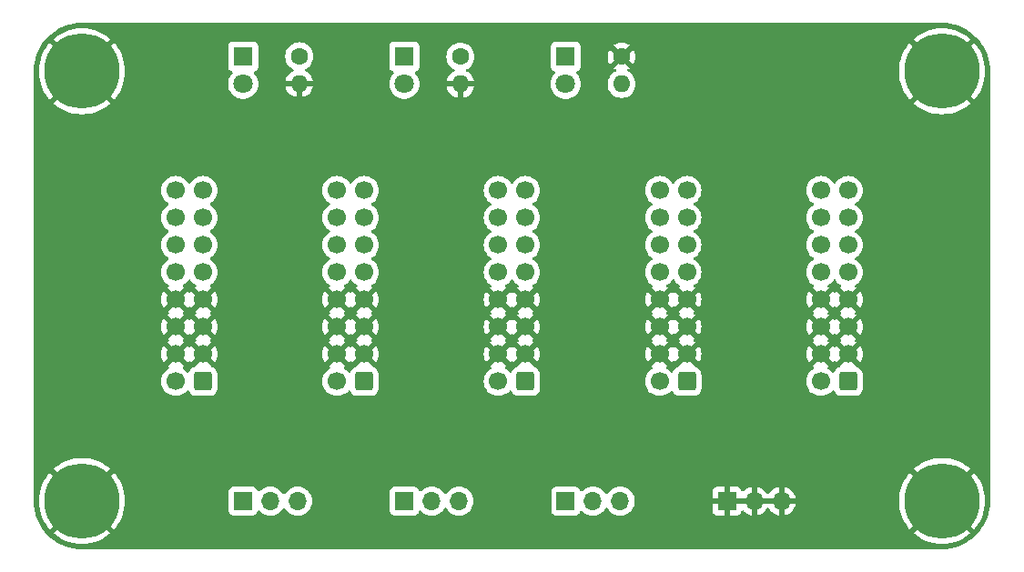
<source format=gbl>
%TF.GenerationSoftware,KiCad,Pcbnew,8.0.2*%
%TF.CreationDate,2024-05-02T10:02:12-07:00*%
%TF.ProjectId,busboard-1,62757362-6f61-4726-942d-312e6b696361,rev?*%
%TF.SameCoordinates,Original*%
%TF.FileFunction,Copper,L2,Bot*%
%TF.FilePolarity,Positive*%
%FSLAX46Y46*%
G04 Gerber Fmt 4.6, Leading zero omitted, Abs format (unit mm)*
G04 Created by KiCad (PCBNEW 8.0.2) date 2024-05-02 10:02:12*
%MOMM*%
%LPD*%
G01*
G04 APERTURE LIST*
G04 Aperture macros list*
%AMRoundRect*
0 Rectangle with rounded corners*
0 $1 Rounding radius*
0 $2 $3 $4 $5 $6 $7 $8 $9 X,Y pos of 4 corners*
0 Add a 4 corners polygon primitive as box body*
4,1,4,$2,$3,$4,$5,$6,$7,$8,$9,$2,$3,0*
0 Add four circle primitives for the rounded corners*
1,1,$1+$1,$2,$3*
1,1,$1+$1,$4,$5*
1,1,$1+$1,$6,$7*
1,1,$1+$1,$8,$9*
0 Add four rect primitives between the rounded corners*
20,1,$1+$1,$2,$3,$4,$5,0*
20,1,$1+$1,$4,$5,$6,$7,0*
20,1,$1+$1,$6,$7,$8,$9,0*
20,1,$1+$1,$8,$9,$2,$3,0*%
G04 Aperture macros list end*
%TA.AperFunction,ComponentPad*%
%ADD10C,1.600000*%
%TD*%
%TA.AperFunction,ComponentPad*%
%ADD11O,1.600000X1.600000*%
%TD*%
%TA.AperFunction,ComponentPad*%
%ADD12R,1.700000X1.700000*%
%TD*%
%TA.AperFunction,ComponentPad*%
%ADD13O,1.700000X1.700000*%
%TD*%
%TA.AperFunction,ComponentPad*%
%ADD14C,7.000000*%
%TD*%
%TA.AperFunction,ComponentPad*%
%ADD15R,1.800000X1.800000*%
%TD*%
%TA.AperFunction,ComponentPad*%
%ADD16C,1.800000*%
%TD*%
%TA.AperFunction,ComponentPad*%
%ADD17RoundRect,0.250000X0.600000X0.600000X-0.600000X0.600000X-0.600000X-0.600000X0.600000X-0.600000X0*%
%TD*%
%TA.AperFunction,ComponentPad*%
%ADD18C,1.700000*%
%TD*%
G04 APERTURE END LIST*
D10*
%TO.P,R1,1*%
%TO.N,Net-(D1-K)*%
X125222000Y-103603000D03*
D11*
%TO.P,R1,2*%
%TO.N,GND*%
X125222000Y-106143000D03*
%TD*%
D12*
%TO.P,J6,1,Pin_1*%
%TO.N,+5V*%
X120000000Y-145000000D03*
D13*
%TO.P,J6,2,Pin_2*%
X122540000Y-145000000D03*
%TO.P,J6,3,Pin_3*%
X125080000Y-145000000D03*
%TD*%
D14*
%TO.P,H4,1,1*%
%TO.N,GND*%
X185000000Y-145000000D03*
%TD*%
D15*
%TO.P,D3,1,K*%
%TO.N,-12V*%
X150000000Y-103632000D03*
D16*
%TO.P,D3,2,A*%
%TO.N,Net-(D3-A)*%
X150000000Y-106172000D03*
%TD*%
D14*
%TO.P,H1,1,1*%
%TO.N,GND*%
X105000000Y-105000000D03*
%TD*%
D17*
%TO.P,J5,1,Pin_1*%
%TO.N,-12V*%
X176270000Y-133873000D03*
D18*
%TO.P,J5,2,Pin_2*%
X173730000Y-133873000D03*
%TO.P,J5,3,Pin_3*%
%TO.N,GND*%
X176270000Y-131333000D03*
%TO.P,J5,4,Pin_4*%
X173730000Y-131333000D03*
%TO.P,J5,5,Pin_5*%
X176270000Y-128793000D03*
%TO.P,J5,6,Pin_6*%
X173730000Y-128793000D03*
%TO.P,J5,7,Pin_7*%
X176270000Y-126253000D03*
%TO.P,J5,8,Pin_8*%
X173730000Y-126253000D03*
%TO.P,J5,9,Pin_9*%
%TO.N,+12V*%
X176270000Y-123713000D03*
%TO.P,J5,10,Pin_10*%
X173730000Y-123713000D03*
%TO.P,J5,11,Pin_11*%
%TO.N,+5V*%
X176270000Y-121173000D03*
%TO.P,J5,12,Pin_12*%
X173730000Y-121173000D03*
%TO.P,J5,13,Pin_13*%
%TO.N,/CV*%
X176270000Y-118633000D03*
%TO.P,J5,14,Pin_14*%
X173730000Y-118633000D03*
%TO.P,J5,15,Pin_15*%
%TO.N,/GATE*%
X176270000Y-116093000D03*
%TO.P,J5,16,Pin_16*%
X173730000Y-116093000D03*
%TD*%
D10*
%TO.P,R3,1*%
%TO.N,GND*%
X155208000Y-103632000D03*
D11*
%TO.P,R3,2*%
%TO.N,Net-(D3-A)*%
X155208000Y-106172000D03*
%TD*%
D12*
%TO.P,J7,1,Pin_1*%
%TO.N,+12V*%
X135000000Y-145000000D03*
D13*
%TO.P,J7,2,Pin_2*%
X137540000Y-145000000D03*
%TO.P,J7,3,Pin_3*%
X140080000Y-145000000D03*
%TD*%
D10*
%TO.P,R2,1*%
%TO.N,Net-(D2-K)*%
X140208000Y-103632000D03*
D11*
%TO.P,R2,2*%
%TO.N,GND*%
X140208000Y-106172000D03*
%TD*%
D12*
%TO.P,J8,1,Pin_1*%
%TO.N,-12V*%
X150000000Y-145000000D03*
D13*
%TO.P,J8,2,Pin_2*%
X152540000Y-145000000D03*
%TO.P,J8,3,Pin_3*%
X155080000Y-145000000D03*
%TD*%
D15*
%TO.P,D2,1,K*%
%TO.N,Net-(D2-K)*%
X135000000Y-103632000D03*
D16*
%TO.P,D2,2,A*%
%TO.N,+12V*%
X135000000Y-106172000D03*
%TD*%
D17*
%TO.P,J3,1,Pin_1*%
%TO.N,-12V*%
X146270000Y-133873000D03*
D18*
%TO.P,J3,2,Pin_2*%
X143730000Y-133873000D03*
%TO.P,J3,3,Pin_3*%
%TO.N,GND*%
X146270000Y-131333000D03*
%TO.P,J3,4,Pin_4*%
X143730000Y-131333000D03*
%TO.P,J3,5,Pin_5*%
X146270000Y-128793000D03*
%TO.P,J3,6,Pin_6*%
X143730000Y-128793000D03*
%TO.P,J3,7,Pin_7*%
X146270000Y-126253000D03*
%TO.P,J3,8,Pin_8*%
X143730000Y-126253000D03*
%TO.P,J3,9,Pin_9*%
%TO.N,+12V*%
X146270000Y-123713000D03*
%TO.P,J3,10,Pin_10*%
X143730000Y-123713000D03*
%TO.P,J3,11,Pin_11*%
%TO.N,+5V*%
X146270000Y-121173000D03*
%TO.P,J3,12,Pin_12*%
X143730000Y-121173000D03*
%TO.P,J3,13,Pin_13*%
%TO.N,/CV*%
X146270000Y-118633000D03*
%TO.P,J3,14,Pin_14*%
X143730000Y-118633000D03*
%TO.P,J3,15,Pin_15*%
%TO.N,/GATE*%
X146270000Y-116093000D03*
%TO.P,J3,16,Pin_16*%
X143730000Y-116093000D03*
%TD*%
D14*
%TO.P,H3,1,1*%
%TO.N,GND*%
X185000000Y-105000000D03*
%TD*%
D12*
%TO.P,J9,1,Pin_1*%
%TO.N,GND*%
X165000000Y-145000000D03*
D13*
%TO.P,J9,2,Pin_2*%
X167540000Y-145000000D03*
%TO.P,J9,3,Pin_3*%
X170080000Y-145000000D03*
%TD*%
D14*
%TO.P,H2,1,1*%
%TO.N,GND*%
X105000000Y-145000000D03*
%TD*%
D15*
%TO.P,D1,1,K*%
%TO.N,Net-(D1-K)*%
X120000000Y-103632000D03*
D16*
%TO.P,D1,2,A*%
%TO.N,+5V*%
X120000000Y-106172000D03*
%TD*%
D17*
%TO.P,J1,1,Pin_1*%
%TO.N,-12V*%
X116270000Y-133873000D03*
D18*
%TO.P,J1,2,Pin_2*%
X113730000Y-133873000D03*
%TO.P,J1,3,Pin_3*%
%TO.N,GND*%
X116270000Y-131333000D03*
%TO.P,J1,4,Pin_4*%
X113730000Y-131333000D03*
%TO.P,J1,5,Pin_5*%
X116270000Y-128793000D03*
%TO.P,J1,6,Pin_6*%
X113730000Y-128793000D03*
%TO.P,J1,7,Pin_7*%
X116270000Y-126253000D03*
%TO.P,J1,8,Pin_8*%
X113730000Y-126253000D03*
%TO.P,J1,9,Pin_9*%
%TO.N,+12V*%
X116270000Y-123713000D03*
%TO.P,J1,10,Pin_10*%
X113730000Y-123713000D03*
%TO.P,J1,11,Pin_11*%
%TO.N,+5V*%
X116270000Y-121173000D03*
%TO.P,J1,12,Pin_12*%
X113730000Y-121173000D03*
%TO.P,J1,13,Pin_13*%
%TO.N,/CV*%
X116270000Y-118633000D03*
%TO.P,J1,14,Pin_14*%
X113730000Y-118633000D03*
%TO.P,J1,15,Pin_15*%
%TO.N,/GATE*%
X116270000Y-116093000D03*
%TO.P,J1,16,Pin_16*%
X113730000Y-116093000D03*
%TD*%
D17*
%TO.P,J4,1,Pin_1*%
%TO.N,-12V*%
X161270000Y-133873000D03*
D18*
%TO.P,J4,2,Pin_2*%
X158730000Y-133873000D03*
%TO.P,J4,3,Pin_3*%
%TO.N,GND*%
X161270000Y-131333000D03*
%TO.P,J4,4,Pin_4*%
X158730000Y-131333000D03*
%TO.P,J4,5,Pin_5*%
X161270000Y-128793000D03*
%TO.P,J4,6,Pin_6*%
X158730000Y-128793000D03*
%TO.P,J4,7,Pin_7*%
X161270000Y-126253000D03*
%TO.P,J4,8,Pin_8*%
X158730000Y-126253000D03*
%TO.P,J4,9,Pin_9*%
%TO.N,+12V*%
X161270000Y-123713000D03*
%TO.P,J4,10,Pin_10*%
X158730000Y-123713000D03*
%TO.P,J4,11,Pin_11*%
%TO.N,+5V*%
X161270000Y-121173000D03*
%TO.P,J4,12,Pin_12*%
X158730000Y-121173000D03*
%TO.P,J4,13,Pin_13*%
%TO.N,/CV*%
X161270000Y-118633000D03*
%TO.P,J4,14,Pin_14*%
X158730000Y-118633000D03*
%TO.P,J4,15,Pin_15*%
%TO.N,/GATE*%
X161270000Y-116093000D03*
%TO.P,J4,16,Pin_16*%
X158730000Y-116093000D03*
%TD*%
D17*
%TO.P,J2,1,Pin_1*%
%TO.N,-12V*%
X131270000Y-133873000D03*
D18*
%TO.P,J2,2,Pin_2*%
X128730000Y-133873000D03*
%TO.P,J2,3,Pin_3*%
%TO.N,GND*%
X131270000Y-131333000D03*
%TO.P,J2,4,Pin_4*%
X128730000Y-131333000D03*
%TO.P,J2,5,Pin_5*%
X131270000Y-128793000D03*
%TO.P,J2,6,Pin_6*%
X128730000Y-128793000D03*
%TO.P,J2,7,Pin_7*%
X131270000Y-126253000D03*
%TO.P,J2,8,Pin_8*%
X128730000Y-126253000D03*
%TO.P,J2,9,Pin_9*%
%TO.N,+12V*%
X131270000Y-123713000D03*
%TO.P,J2,10,Pin_10*%
X128730000Y-123713000D03*
%TO.P,J2,11,Pin_11*%
%TO.N,+5V*%
X131270000Y-121173000D03*
%TO.P,J2,12,Pin_12*%
X128730000Y-121173000D03*
%TO.P,J2,13,Pin_13*%
%TO.N,/CV*%
X131270000Y-118633000D03*
%TO.P,J2,14,Pin_14*%
X128730000Y-118633000D03*
%TO.P,J2,15,Pin_15*%
%TO.N,/GATE*%
X131270000Y-116093000D03*
%TO.P,J2,16,Pin_16*%
X128730000Y-116093000D03*
%TD*%
%TA.AperFunction,Conductor*%
%TO.N,GND*%
G36*
X167074075Y-144807007D02*
G01*
X167040000Y-144934174D01*
X167040000Y-145065826D01*
X167074075Y-145192993D01*
X167106988Y-145250000D01*
X165433012Y-145250000D01*
X165465925Y-145192993D01*
X165500000Y-145065826D01*
X165500000Y-144934174D01*
X165465925Y-144807007D01*
X165433012Y-144750000D01*
X167106988Y-144750000D01*
X167074075Y-144807007D01*
G37*
%TD.AperFunction*%
%TA.AperFunction,Conductor*%
G36*
X169614075Y-144807007D02*
G01*
X169580000Y-144934174D01*
X169580000Y-145065826D01*
X169614075Y-145192993D01*
X169646988Y-145250000D01*
X167973012Y-145250000D01*
X168005925Y-145192993D01*
X168040000Y-145065826D01*
X168040000Y-144934174D01*
X168005925Y-144807007D01*
X167973012Y-144750000D01*
X169646988Y-144750000D01*
X169614075Y-144807007D01*
G37*
%TD.AperFunction*%
%TA.AperFunction,Conductor*%
G36*
X115804075Y-131525993D02*
G01*
X115869901Y-131640007D01*
X115962993Y-131733099D01*
X116077007Y-131798925D01*
X116140590Y-131815962D01*
X115504208Y-132452342D01*
X115493788Y-132504193D01*
X115445172Y-132554376D01*
X115423032Y-132564205D01*
X115350674Y-132588182D01*
X115350663Y-132588187D01*
X115201342Y-132680289D01*
X115077289Y-132804342D01*
X114985187Y-132953663D01*
X114985183Y-132953673D01*
X114982335Y-132962268D01*
X114942560Y-133019711D01*
X114878044Y-133046531D01*
X114809268Y-133034214D01*
X114772517Y-133005233D01*
X114772324Y-133005427D01*
X114770682Y-133003785D01*
X114769642Y-133002965D01*
X114768494Y-133001597D01*
X114601402Y-132834506D01*
X114601401Y-132834505D01*
X114415405Y-132704269D01*
X114371781Y-132649692D01*
X114364588Y-132580193D01*
X114396110Y-132517839D01*
X114415405Y-132501119D01*
X114491373Y-132447925D01*
X113859409Y-131815962D01*
X113922993Y-131798925D01*
X114037007Y-131733099D01*
X114130099Y-131640007D01*
X114195925Y-131525993D01*
X114212962Y-131462410D01*
X114844925Y-132094373D01*
X114898425Y-132017968D01*
X114953002Y-131974344D01*
X115022501Y-131967151D01*
X115084855Y-131998673D01*
X115101576Y-132017969D01*
X115155073Y-132094372D01*
X115787037Y-131462409D01*
X115804075Y-131525993D01*
G37*
%TD.AperFunction*%
%TA.AperFunction,Conductor*%
G36*
X115804075Y-128985993D02*
G01*
X115869901Y-129100007D01*
X115962993Y-129193099D01*
X116077007Y-129258925D01*
X116140590Y-129275962D01*
X115508625Y-129907925D01*
X115585031Y-129961425D01*
X115628655Y-130016002D01*
X115635848Y-130085501D01*
X115604326Y-130147855D01*
X115585029Y-130164576D01*
X115508625Y-130218072D01*
X116140590Y-130850037D01*
X116077007Y-130867075D01*
X115962993Y-130932901D01*
X115869901Y-131025993D01*
X115804075Y-131140007D01*
X115787037Y-131203590D01*
X115155072Y-130571625D01*
X115155072Y-130571626D01*
X115101574Y-130648030D01*
X115046998Y-130691655D01*
X114977499Y-130698849D01*
X114915144Y-130667326D01*
X114898424Y-130648030D01*
X114844925Y-130571626D01*
X114844925Y-130571625D01*
X114212962Y-131203589D01*
X114195925Y-131140007D01*
X114130099Y-131025993D01*
X114037007Y-130932901D01*
X113922993Y-130867075D01*
X113859410Y-130850037D01*
X114491373Y-130218073D01*
X114414969Y-130164576D01*
X114371344Y-130109999D01*
X114364150Y-130040501D01*
X114395672Y-129978146D01*
X114414968Y-129961425D01*
X114491373Y-129907925D01*
X113859409Y-129275962D01*
X113922993Y-129258925D01*
X114037007Y-129193099D01*
X114130099Y-129100007D01*
X114195925Y-128985993D01*
X114212962Y-128922410D01*
X114844925Y-129554373D01*
X114898425Y-129477968D01*
X114953002Y-129434344D01*
X115022501Y-129427151D01*
X115084855Y-129458673D01*
X115101576Y-129477969D01*
X115155073Y-129554372D01*
X115787037Y-128922409D01*
X115804075Y-128985993D01*
G37*
%TD.AperFunction*%
%TA.AperFunction,Conductor*%
G36*
X115804075Y-126445993D02*
G01*
X115869901Y-126560007D01*
X115962993Y-126653099D01*
X116077007Y-126718925D01*
X116140590Y-126735962D01*
X115508625Y-127367925D01*
X115585031Y-127421425D01*
X115628655Y-127476002D01*
X115635848Y-127545501D01*
X115604326Y-127607855D01*
X115585029Y-127624576D01*
X115508625Y-127678072D01*
X116140590Y-128310037D01*
X116077007Y-128327075D01*
X115962993Y-128392901D01*
X115869901Y-128485993D01*
X115804075Y-128600007D01*
X115787037Y-128663590D01*
X115155072Y-128031625D01*
X115155072Y-128031626D01*
X115101574Y-128108030D01*
X115046998Y-128151655D01*
X114977499Y-128158849D01*
X114915144Y-128127326D01*
X114898424Y-128108030D01*
X114844925Y-128031626D01*
X114844925Y-128031625D01*
X114212962Y-128663589D01*
X114195925Y-128600007D01*
X114130099Y-128485993D01*
X114037007Y-128392901D01*
X113922993Y-128327075D01*
X113859410Y-128310037D01*
X114491373Y-127678073D01*
X114414969Y-127624576D01*
X114371344Y-127569999D01*
X114364150Y-127500501D01*
X114395672Y-127438146D01*
X114414968Y-127421425D01*
X114491373Y-127367925D01*
X113859409Y-126735962D01*
X113922993Y-126718925D01*
X114037007Y-126653099D01*
X114130099Y-126560007D01*
X114195925Y-126445993D01*
X114212962Y-126382410D01*
X114844925Y-127014373D01*
X114898425Y-126937968D01*
X114953002Y-126894344D01*
X115022501Y-126887151D01*
X115084855Y-126918673D01*
X115101576Y-126937969D01*
X115155073Y-127014372D01*
X115787037Y-126382409D01*
X115804075Y-126445993D01*
G37*
%TD.AperFunction*%
%TA.AperFunction,Conductor*%
G36*
X115084855Y-124379546D02*
G01*
X115101575Y-124398842D01*
X115231500Y-124584395D01*
X115231505Y-124584401D01*
X115398599Y-124751495D01*
X115584594Y-124881730D01*
X115628218Y-124936307D01*
X115635411Y-125005806D01*
X115603889Y-125068160D01*
X115584593Y-125084880D01*
X115508626Y-125138072D01*
X115508625Y-125138072D01*
X116140590Y-125770037D01*
X116077007Y-125787075D01*
X115962993Y-125852901D01*
X115869901Y-125945993D01*
X115804075Y-126060007D01*
X115787037Y-126123590D01*
X115155072Y-125491625D01*
X115155072Y-125491626D01*
X115101574Y-125568030D01*
X115046998Y-125611655D01*
X114977499Y-125618849D01*
X114915144Y-125587326D01*
X114898424Y-125568030D01*
X114844925Y-125491626D01*
X114844925Y-125491625D01*
X114212962Y-126123589D01*
X114195925Y-126060007D01*
X114130099Y-125945993D01*
X114037007Y-125852901D01*
X113922993Y-125787075D01*
X113859410Y-125770037D01*
X114491373Y-125138073D01*
X114491373Y-125138072D01*
X114415405Y-125084880D01*
X114371780Y-125030304D01*
X114364586Y-124960805D01*
X114396108Y-124898451D01*
X114415399Y-124881734D01*
X114601401Y-124751495D01*
X114768495Y-124584401D01*
X114898425Y-124398842D01*
X114953002Y-124355217D01*
X115022500Y-124348023D01*
X115084855Y-124379546D01*
G37*
%TD.AperFunction*%
%TA.AperFunction,Conductor*%
G36*
X130804075Y-131525993D02*
G01*
X130869901Y-131640007D01*
X130962993Y-131733099D01*
X131077007Y-131798925D01*
X131140590Y-131815962D01*
X130504208Y-132452342D01*
X130493788Y-132504193D01*
X130445172Y-132554376D01*
X130423032Y-132564205D01*
X130350674Y-132588182D01*
X130350663Y-132588187D01*
X130201342Y-132680289D01*
X130077289Y-132804342D01*
X129985187Y-132953663D01*
X129985183Y-132953673D01*
X129982335Y-132962268D01*
X129942560Y-133019711D01*
X129878044Y-133046531D01*
X129809268Y-133034214D01*
X129772517Y-133005233D01*
X129772324Y-133005427D01*
X129770682Y-133003785D01*
X129769642Y-133002965D01*
X129768494Y-133001597D01*
X129601402Y-132834506D01*
X129601401Y-132834505D01*
X129415405Y-132704269D01*
X129371781Y-132649692D01*
X129364588Y-132580193D01*
X129396110Y-132517839D01*
X129415405Y-132501119D01*
X129491373Y-132447925D01*
X128859409Y-131815962D01*
X128922993Y-131798925D01*
X129037007Y-131733099D01*
X129130099Y-131640007D01*
X129195925Y-131525993D01*
X129212962Y-131462410D01*
X129844925Y-132094373D01*
X129898425Y-132017968D01*
X129953002Y-131974344D01*
X130022501Y-131967151D01*
X130084855Y-131998673D01*
X130101576Y-132017969D01*
X130155073Y-132094372D01*
X130787037Y-131462409D01*
X130804075Y-131525993D01*
G37*
%TD.AperFunction*%
%TA.AperFunction,Conductor*%
G36*
X130804075Y-128985993D02*
G01*
X130869901Y-129100007D01*
X130962993Y-129193099D01*
X131077007Y-129258925D01*
X131140590Y-129275962D01*
X130508625Y-129907925D01*
X130585031Y-129961425D01*
X130628655Y-130016002D01*
X130635848Y-130085501D01*
X130604326Y-130147855D01*
X130585029Y-130164576D01*
X130508625Y-130218072D01*
X131140590Y-130850037D01*
X131077007Y-130867075D01*
X130962993Y-130932901D01*
X130869901Y-131025993D01*
X130804075Y-131140007D01*
X130787037Y-131203589D01*
X130155073Y-130571625D01*
X130155072Y-130571626D01*
X130101574Y-130648030D01*
X130046998Y-130691655D01*
X129977499Y-130698849D01*
X129915144Y-130667326D01*
X129898424Y-130648030D01*
X129844925Y-130571626D01*
X129844925Y-130571625D01*
X129212962Y-131203589D01*
X129195925Y-131140007D01*
X129130099Y-131025993D01*
X129037007Y-130932901D01*
X128922993Y-130867075D01*
X128859410Y-130850037D01*
X129491373Y-130218073D01*
X129414969Y-130164576D01*
X129371344Y-130109999D01*
X129364150Y-130040501D01*
X129395672Y-129978146D01*
X129414968Y-129961425D01*
X129491373Y-129907925D01*
X128859409Y-129275962D01*
X128922993Y-129258925D01*
X129037007Y-129193099D01*
X129130099Y-129100007D01*
X129195925Y-128985993D01*
X129212962Y-128922410D01*
X129844925Y-129554373D01*
X129898425Y-129477968D01*
X129953002Y-129434344D01*
X130022501Y-129427151D01*
X130084855Y-129458673D01*
X130101576Y-129477969D01*
X130155073Y-129554372D01*
X130787037Y-128922409D01*
X130804075Y-128985993D01*
G37*
%TD.AperFunction*%
%TA.AperFunction,Conductor*%
G36*
X130804075Y-126445993D02*
G01*
X130869901Y-126560007D01*
X130962993Y-126653099D01*
X131077007Y-126718925D01*
X131140590Y-126735962D01*
X130508625Y-127367925D01*
X130585031Y-127421425D01*
X130628655Y-127476002D01*
X130635848Y-127545501D01*
X130604326Y-127607855D01*
X130585029Y-127624576D01*
X130508625Y-127678072D01*
X131140590Y-128310037D01*
X131077007Y-128327075D01*
X130962993Y-128392901D01*
X130869901Y-128485993D01*
X130804075Y-128600007D01*
X130787037Y-128663589D01*
X130155073Y-128031625D01*
X130155072Y-128031626D01*
X130101574Y-128108030D01*
X130046998Y-128151655D01*
X129977499Y-128158849D01*
X129915144Y-128127326D01*
X129898424Y-128108030D01*
X129844925Y-128031626D01*
X129844925Y-128031625D01*
X129212962Y-128663589D01*
X129195925Y-128600007D01*
X129130099Y-128485993D01*
X129037007Y-128392901D01*
X128922993Y-128327075D01*
X128859410Y-128310037D01*
X129491373Y-127678073D01*
X129414969Y-127624576D01*
X129371344Y-127569999D01*
X129364150Y-127500501D01*
X129395672Y-127438146D01*
X129414968Y-127421425D01*
X129491373Y-127367925D01*
X128859409Y-126735962D01*
X128922993Y-126718925D01*
X129037007Y-126653099D01*
X129130099Y-126560007D01*
X129195925Y-126445993D01*
X129212962Y-126382410D01*
X129844925Y-127014373D01*
X129898425Y-126937968D01*
X129953002Y-126894344D01*
X130022501Y-126887151D01*
X130084855Y-126918673D01*
X130101576Y-126937969D01*
X130155073Y-127014372D01*
X130787037Y-126382409D01*
X130804075Y-126445993D01*
G37*
%TD.AperFunction*%
%TA.AperFunction,Conductor*%
G36*
X130084855Y-124379546D02*
G01*
X130101575Y-124398842D01*
X130231500Y-124584395D01*
X130231505Y-124584401D01*
X130398599Y-124751495D01*
X130584594Y-124881730D01*
X130628218Y-124936307D01*
X130635411Y-125005806D01*
X130603889Y-125068160D01*
X130584593Y-125084880D01*
X130508626Y-125138072D01*
X130508625Y-125138072D01*
X131140590Y-125770037D01*
X131077007Y-125787075D01*
X130962993Y-125852901D01*
X130869901Y-125945993D01*
X130804075Y-126060007D01*
X130787037Y-126123589D01*
X130155073Y-125491625D01*
X130155072Y-125491626D01*
X130101574Y-125568030D01*
X130046998Y-125611655D01*
X129977499Y-125618849D01*
X129915144Y-125587326D01*
X129898424Y-125568030D01*
X129844925Y-125491626D01*
X129844925Y-125491625D01*
X129212962Y-126123589D01*
X129195925Y-126060007D01*
X129130099Y-125945993D01*
X129037007Y-125852901D01*
X128922993Y-125787075D01*
X128859410Y-125770037D01*
X129491373Y-125138073D01*
X129491373Y-125138072D01*
X129415405Y-125084880D01*
X129371780Y-125030304D01*
X129364586Y-124960805D01*
X129396108Y-124898451D01*
X129415399Y-124881734D01*
X129601401Y-124751495D01*
X129768495Y-124584401D01*
X129898425Y-124398842D01*
X129953002Y-124355217D01*
X130022500Y-124348023D01*
X130084855Y-124379546D01*
G37*
%TD.AperFunction*%
%TA.AperFunction,Conductor*%
G36*
X145804075Y-131525993D02*
G01*
X145869901Y-131640007D01*
X145962993Y-131733099D01*
X146077007Y-131798925D01*
X146140590Y-131815962D01*
X145504208Y-132452342D01*
X145493788Y-132504193D01*
X145445172Y-132554376D01*
X145423032Y-132564205D01*
X145350674Y-132588182D01*
X145350663Y-132588187D01*
X145201342Y-132680289D01*
X145077289Y-132804342D01*
X144985187Y-132953663D01*
X144985183Y-132953673D01*
X144982335Y-132962268D01*
X144942560Y-133019711D01*
X144878044Y-133046531D01*
X144809268Y-133034214D01*
X144772517Y-133005233D01*
X144772324Y-133005427D01*
X144770682Y-133003785D01*
X144769642Y-133002965D01*
X144768494Y-133001597D01*
X144601402Y-132834506D01*
X144601401Y-132834505D01*
X144415405Y-132704269D01*
X144371781Y-132649692D01*
X144364588Y-132580193D01*
X144396110Y-132517839D01*
X144415405Y-132501119D01*
X144491373Y-132447925D01*
X143859409Y-131815962D01*
X143922993Y-131798925D01*
X144037007Y-131733099D01*
X144130099Y-131640007D01*
X144195925Y-131525993D01*
X144212962Y-131462410D01*
X144844925Y-132094373D01*
X144898425Y-132017968D01*
X144953002Y-131974344D01*
X145022501Y-131967151D01*
X145084855Y-131998673D01*
X145101576Y-132017969D01*
X145155073Y-132094372D01*
X145787037Y-131462409D01*
X145804075Y-131525993D01*
G37*
%TD.AperFunction*%
%TA.AperFunction,Conductor*%
G36*
X145804075Y-128985993D02*
G01*
X145869901Y-129100007D01*
X145962993Y-129193099D01*
X146077007Y-129258925D01*
X146140590Y-129275962D01*
X145508625Y-129907925D01*
X145585031Y-129961425D01*
X145628655Y-130016002D01*
X145635848Y-130085501D01*
X145604326Y-130147855D01*
X145585029Y-130164576D01*
X145508625Y-130218072D01*
X146140590Y-130850037D01*
X146077007Y-130867075D01*
X145962993Y-130932901D01*
X145869901Y-131025993D01*
X145804075Y-131140007D01*
X145787037Y-131203590D01*
X145155072Y-130571625D01*
X145155072Y-130571626D01*
X145101574Y-130648030D01*
X145046998Y-130691655D01*
X144977499Y-130698849D01*
X144915144Y-130667326D01*
X144898424Y-130648030D01*
X144844925Y-130571626D01*
X144844925Y-130571625D01*
X144212962Y-131203589D01*
X144195925Y-131140007D01*
X144130099Y-131025993D01*
X144037007Y-130932901D01*
X143922993Y-130867075D01*
X143859410Y-130850037D01*
X144491373Y-130218073D01*
X144414969Y-130164576D01*
X144371344Y-130109999D01*
X144364150Y-130040501D01*
X144395672Y-129978146D01*
X144414968Y-129961425D01*
X144491373Y-129907925D01*
X143859409Y-129275962D01*
X143922993Y-129258925D01*
X144037007Y-129193099D01*
X144130099Y-129100007D01*
X144195925Y-128985993D01*
X144212962Y-128922410D01*
X144844925Y-129554373D01*
X144898425Y-129477968D01*
X144953002Y-129434344D01*
X145022501Y-129427151D01*
X145084855Y-129458673D01*
X145101576Y-129477969D01*
X145155073Y-129554372D01*
X145787037Y-128922409D01*
X145804075Y-128985993D01*
G37*
%TD.AperFunction*%
%TA.AperFunction,Conductor*%
G36*
X145804075Y-126445993D02*
G01*
X145869901Y-126560007D01*
X145962993Y-126653099D01*
X146077007Y-126718925D01*
X146140590Y-126735962D01*
X145508625Y-127367925D01*
X145585031Y-127421425D01*
X145628655Y-127476002D01*
X145635848Y-127545501D01*
X145604326Y-127607855D01*
X145585029Y-127624576D01*
X145508625Y-127678072D01*
X146140590Y-128310037D01*
X146077007Y-128327075D01*
X145962993Y-128392901D01*
X145869901Y-128485993D01*
X145804075Y-128600007D01*
X145787037Y-128663590D01*
X145155072Y-128031625D01*
X145155072Y-128031626D01*
X145101574Y-128108030D01*
X145046998Y-128151655D01*
X144977499Y-128158849D01*
X144915144Y-128127326D01*
X144898424Y-128108030D01*
X144844925Y-128031626D01*
X144844925Y-128031625D01*
X144212962Y-128663589D01*
X144195925Y-128600007D01*
X144130099Y-128485993D01*
X144037007Y-128392901D01*
X143922993Y-128327075D01*
X143859410Y-128310037D01*
X144491373Y-127678073D01*
X144414969Y-127624576D01*
X144371344Y-127569999D01*
X144364150Y-127500501D01*
X144395672Y-127438146D01*
X144414968Y-127421425D01*
X144491373Y-127367925D01*
X143859409Y-126735962D01*
X143922993Y-126718925D01*
X144037007Y-126653099D01*
X144130099Y-126560007D01*
X144195925Y-126445993D01*
X144212962Y-126382410D01*
X144844925Y-127014373D01*
X144898425Y-126937968D01*
X144953002Y-126894344D01*
X145022501Y-126887151D01*
X145084855Y-126918673D01*
X145101576Y-126937969D01*
X145155073Y-127014372D01*
X145787037Y-126382409D01*
X145804075Y-126445993D01*
G37*
%TD.AperFunction*%
%TA.AperFunction,Conductor*%
G36*
X145084855Y-124379546D02*
G01*
X145101575Y-124398842D01*
X145231500Y-124584395D01*
X145231505Y-124584401D01*
X145398599Y-124751495D01*
X145584594Y-124881730D01*
X145628218Y-124936307D01*
X145635411Y-125005806D01*
X145603889Y-125068160D01*
X145584593Y-125084880D01*
X145508626Y-125138072D01*
X145508625Y-125138072D01*
X146140590Y-125770037D01*
X146077007Y-125787075D01*
X145962993Y-125852901D01*
X145869901Y-125945993D01*
X145804075Y-126060007D01*
X145787037Y-126123590D01*
X145155072Y-125491625D01*
X145155072Y-125491626D01*
X145101574Y-125568030D01*
X145046998Y-125611655D01*
X144977499Y-125618849D01*
X144915144Y-125587326D01*
X144898424Y-125568030D01*
X144844925Y-125491626D01*
X144844925Y-125491625D01*
X144212962Y-126123589D01*
X144195925Y-126060007D01*
X144130099Y-125945993D01*
X144037007Y-125852901D01*
X143922993Y-125787075D01*
X143859410Y-125770037D01*
X144491373Y-125138073D01*
X144491373Y-125138072D01*
X144415405Y-125084880D01*
X144371780Y-125030304D01*
X144364586Y-124960805D01*
X144396108Y-124898451D01*
X144415399Y-124881734D01*
X144601401Y-124751495D01*
X144768495Y-124584401D01*
X144898425Y-124398842D01*
X144953002Y-124355217D01*
X145022500Y-124348023D01*
X145084855Y-124379546D01*
G37*
%TD.AperFunction*%
%TA.AperFunction,Conductor*%
G36*
X160804075Y-131525993D02*
G01*
X160869901Y-131640007D01*
X160962993Y-131733099D01*
X161077007Y-131798925D01*
X161140590Y-131815962D01*
X160504208Y-132452342D01*
X160493788Y-132504193D01*
X160445172Y-132554376D01*
X160423032Y-132564205D01*
X160350674Y-132588182D01*
X160350663Y-132588187D01*
X160201342Y-132680289D01*
X160077289Y-132804342D01*
X159985187Y-132953663D01*
X159985183Y-132953673D01*
X159982335Y-132962268D01*
X159942560Y-133019711D01*
X159878044Y-133046531D01*
X159809268Y-133034214D01*
X159772517Y-133005233D01*
X159772324Y-133005427D01*
X159770682Y-133003785D01*
X159769642Y-133002965D01*
X159768494Y-133001597D01*
X159601402Y-132834506D01*
X159601401Y-132834505D01*
X159415405Y-132704269D01*
X159371781Y-132649692D01*
X159364588Y-132580193D01*
X159396110Y-132517839D01*
X159415405Y-132501119D01*
X159491373Y-132447925D01*
X158859409Y-131815962D01*
X158922993Y-131798925D01*
X159037007Y-131733099D01*
X159130099Y-131640007D01*
X159195925Y-131525993D01*
X159212962Y-131462410D01*
X159844925Y-132094373D01*
X159898425Y-132017968D01*
X159953002Y-131974344D01*
X160022501Y-131967151D01*
X160084855Y-131998673D01*
X160101576Y-132017969D01*
X160155073Y-132094372D01*
X160787037Y-131462409D01*
X160804075Y-131525993D01*
G37*
%TD.AperFunction*%
%TA.AperFunction,Conductor*%
G36*
X160804075Y-128985993D02*
G01*
X160869901Y-129100007D01*
X160962993Y-129193099D01*
X161077007Y-129258925D01*
X161140590Y-129275962D01*
X160508625Y-129907925D01*
X160585031Y-129961425D01*
X160628655Y-130016002D01*
X160635848Y-130085501D01*
X160604326Y-130147855D01*
X160585029Y-130164576D01*
X160508625Y-130218072D01*
X161140590Y-130850037D01*
X161077007Y-130867075D01*
X160962993Y-130932901D01*
X160869901Y-131025993D01*
X160804075Y-131140007D01*
X160787037Y-131203590D01*
X160155072Y-130571625D01*
X160155072Y-130571626D01*
X160101574Y-130648030D01*
X160046998Y-130691655D01*
X159977499Y-130698849D01*
X159915144Y-130667326D01*
X159898424Y-130648030D01*
X159844925Y-130571626D01*
X159844925Y-130571625D01*
X159212962Y-131203589D01*
X159195925Y-131140007D01*
X159130099Y-131025993D01*
X159037007Y-130932901D01*
X158922993Y-130867075D01*
X158859410Y-130850037D01*
X159491373Y-130218073D01*
X159414969Y-130164576D01*
X159371344Y-130109999D01*
X159364150Y-130040501D01*
X159395672Y-129978146D01*
X159414968Y-129961425D01*
X159491373Y-129907925D01*
X158859409Y-129275962D01*
X158922993Y-129258925D01*
X159037007Y-129193099D01*
X159130099Y-129100007D01*
X159195925Y-128985993D01*
X159212962Y-128922410D01*
X159844925Y-129554373D01*
X159898425Y-129477968D01*
X159953002Y-129434344D01*
X160022501Y-129427151D01*
X160084855Y-129458673D01*
X160101576Y-129477969D01*
X160155073Y-129554372D01*
X160787037Y-128922409D01*
X160804075Y-128985993D01*
G37*
%TD.AperFunction*%
%TA.AperFunction,Conductor*%
G36*
X160804075Y-126445993D02*
G01*
X160869901Y-126560007D01*
X160962993Y-126653099D01*
X161077007Y-126718925D01*
X161140590Y-126735962D01*
X160508625Y-127367925D01*
X160585031Y-127421425D01*
X160628655Y-127476002D01*
X160635848Y-127545501D01*
X160604326Y-127607855D01*
X160585029Y-127624576D01*
X160508625Y-127678072D01*
X161140590Y-128310037D01*
X161077007Y-128327075D01*
X160962993Y-128392901D01*
X160869901Y-128485993D01*
X160804075Y-128600007D01*
X160787037Y-128663590D01*
X160155072Y-128031625D01*
X160155072Y-128031626D01*
X160101574Y-128108030D01*
X160046998Y-128151655D01*
X159977499Y-128158849D01*
X159915144Y-128127326D01*
X159898424Y-128108030D01*
X159844925Y-128031626D01*
X159844925Y-128031625D01*
X159212962Y-128663589D01*
X159195925Y-128600007D01*
X159130099Y-128485993D01*
X159037007Y-128392901D01*
X158922993Y-128327075D01*
X158859410Y-128310037D01*
X159491373Y-127678073D01*
X159414969Y-127624576D01*
X159371344Y-127569999D01*
X159364150Y-127500501D01*
X159395672Y-127438146D01*
X159414968Y-127421425D01*
X159491373Y-127367925D01*
X158859409Y-126735962D01*
X158922993Y-126718925D01*
X159037007Y-126653099D01*
X159130099Y-126560007D01*
X159195925Y-126445993D01*
X159212962Y-126382410D01*
X159844925Y-127014373D01*
X159898425Y-126937968D01*
X159953002Y-126894344D01*
X160022501Y-126887151D01*
X160084855Y-126918673D01*
X160101576Y-126937969D01*
X160155073Y-127014372D01*
X160787037Y-126382409D01*
X160804075Y-126445993D01*
G37*
%TD.AperFunction*%
%TA.AperFunction,Conductor*%
G36*
X160084855Y-124379546D02*
G01*
X160101575Y-124398842D01*
X160231500Y-124584395D01*
X160231505Y-124584401D01*
X160398599Y-124751495D01*
X160584594Y-124881730D01*
X160628218Y-124936307D01*
X160635411Y-125005806D01*
X160603889Y-125068160D01*
X160584593Y-125084880D01*
X160508626Y-125138072D01*
X160508625Y-125138072D01*
X161140590Y-125770037D01*
X161077007Y-125787075D01*
X160962993Y-125852901D01*
X160869901Y-125945993D01*
X160804075Y-126060007D01*
X160787037Y-126123590D01*
X160155072Y-125491625D01*
X160155072Y-125491626D01*
X160101574Y-125568030D01*
X160046998Y-125611655D01*
X159977499Y-125618849D01*
X159915144Y-125587326D01*
X159898424Y-125568030D01*
X159844925Y-125491626D01*
X159844925Y-125491625D01*
X159212962Y-126123589D01*
X159195925Y-126060007D01*
X159130099Y-125945993D01*
X159037007Y-125852901D01*
X158922993Y-125787075D01*
X158859410Y-125770037D01*
X159491373Y-125138073D01*
X159491373Y-125138072D01*
X159415405Y-125084880D01*
X159371780Y-125030304D01*
X159364586Y-124960805D01*
X159396108Y-124898451D01*
X159415399Y-124881734D01*
X159601401Y-124751495D01*
X159768495Y-124584401D01*
X159898425Y-124398842D01*
X159953002Y-124355217D01*
X160022500Y-124348023D01*
X160084855Y-124379546D01*
G37*
%TD.AperFunction*%
%TA.AperFunction,Conductor*%
G36*
X175804075Y-131525993D02*
G01*
X175869901Y-131640007D01*
X175962993Y-131733099D01*
X176077007Y-131798925D01*
X176140590Y-131815962D01*
X175504208Y-132452342D01*
X175493788Y-132504193D01*
X175445172Y-132554376D01*
X175423032Y-132564205D01*
X175350674Y-132588182D01*
X175350663Y-132588187D01*
X175201342Y-132680289D01*
X175077289Y-132804342D01*
X174985187Y-132953663D01*
X174985183Y-132953673D01*
X174982335Y-132962268D01*
X174942560Y-133019711D01*
X174878044Y-133046531D01*
X174809268Y-133034214D01*
X174772517Y-133005233D01*
X174772324Y-133005427D01*
X174770682Y-133003785D01*
X174769642Y-133002965D01*
X174768494Y-133001597D01*
X174601402Y-132834506D01*
X174601401Y-132834505D01*
X174415405Y-132704269D01*
X174371781Y-132649692D01*
X174364588Y-132580193D01*
X174396110Y-132517839D01*
X174415405Y-132501119D01*
X174491373Y-132447925D01*
X173859409Y-131815962D01*
X173922993Y-131798925D01*
X174037007Y-131733099D01*
X174130099Y-131640007D01*
X174195925Y-131525993D01*
X174212962Y-131462409D01*
X174844925Y-132094373D01*
X174898425Y-132017968D01*
X174953002Y-131974344D01*
X175022501Y-131967151D01*
X175084855Y-131998673D01*
X175101576Y-132017969D01*
X175155073Y-132094372D01*
X175787037Y-131462409D01*
X175804075Y-131525993D01*
G37*
%TD.AperFunction*%
%TA.AperFunction,Conductor*%
G36*
X175804075Y-128985993D02*
G01*
X175869901Y-129100007D01*
X175962993Y-129193099D01*
X176077007Y-129258925D01*
X176140590Y-129275962D01*
X175508625Y-129907925D01*
X175585031Y-129961425D01*
X175628655Y-130016002D01*
X175635848Y-130085501D01*
X175604326Y-130147855D01*
X175585029Y-130164576D01*
X175508625Y-130218072D01*
X176140590Y-130850037D01*
X176077007Y-130867075D01*
X175962993Y-130932901D01*
X175869901Y-131025993D01*
X175804075Y-131140007D01*
X175787037Y-131203589D01*
X175155073Y-130571625D01*
X175155072Y-130571626D01*
X175101574Y-130648030D01*
X175046998Y-130691655D01*
X174977499Y-130698849D01*
X174915144Y-130667326D01*
X174898424Y-130648030D01*
X174844925Y-130571626D01*
X174844925Y-130571625D01*
X174212962Y-131203589D01*
X174195925Y-131140007D01*
X174130099Y-131025993D01*
X174037007Y-130932901D01*
X173922993Y-130867075D01*
X173859410Y-130850037D01*
X174491373Y-130218073D01*
X174414969Y-130164576D01*
X174371344Y-130109999D01*
X174364150Y-130040501D01*
X174395672Y-129978146D01*
X174414968Y-129961425D01*
X174491373Y-129907925D01*
X173859409Y-129275962D01*
X173922993Y-129258925D01*
X174037007Y-129193099D01*
X174130099Y-129100007D01*
X174195925Y-128985993D01*
X174212962Y-128922409D01*
X174844925Y-129554373D01*
X174898425Y-129477968D01*
X174953002Y-129434344D01*
X175022501Y-129427151D01*
X175084855Y-129458673D01*
X175101576Y-129477969D01*
X175155073Y-129554372D01*
X175787037Y-128922409D01*
X175804075Y-128985993D01*
G37*
%TD.AperFunction*%
%TA.AperFunction,Conductor*%
G36*
X175804075Y-126445993D02*
G01*
X175869901Y-126560007D01*
X175962993Y-126653099D01*
X176077007Y-126718925D01*
X176140590Y-126735962D01*
X175508625Y-127367925D01*
X175585031Y-127421425D01*
X175628655Y-127476002D01*
X175635848Y-127545501D01*
X175604326Y-127607855D01*
X175585029Y-127624576D01*
X175508625Y-127678072D01*
X176140590Y-128310037D01*
X176077007Y-128327075D01*
X175962993Y-128392901D01*
X175869901Y-128485993D01*
X175804075Y-128600007D01*
X175787037Y-128663589D01*
X175155073Y-128031625D01*
X175155072Y-128031626D01*
X175101574Y-128108030D01*
X175046998Y-128151655D01*
X174977499Y-128158849D01*
X174915144Y-128127326D01*
X174898424Y-128108030D01*
X174844925Y-128031626D01*
X174844925Y-128031625D01*
X174212962Y-128663589D01*
X174195925Y-128600007D01*
X174130099Y-128485993D01*
X174037007Y-128392901D01*
X173922993Y-128327075D01*
X173859410Y-128310037D01*
X174491373Y-127678073D01*
X174414969Y-127624576D01*
X174371344Y-127569999D01*
X174364150Y-127500501D01*
X174395672Y-127438146D01*
X174414968Y-127421425D01*
X174491373Y-127367925D01*
X173859409Y-126735962D01*
X173922993Y-126718925D01*
X174037007Y-126653099D01*
X174130099Y-126560007D01*
X174195925Y-126445993D01*
X174212962Y-126382409D01*
X174844925Y-127014373D01*
X174898425Y-126937968D01*
X174953002Y-126894344D01*
X175022501Y-126887151D01*
X175084855Y-126918673D01*
X175101576Y-126937969D01*
X175155073Y-127014372D01*
X175787037Y-126382409D01*
X175804075Y-126445993D01*
G37*
%TD.AperFunction*%
%TA.AperFunction,Conductor*%
G36*
X175084855Y-124379546D02*
G01*
X175101575Y-124398842D01*
X175231500Y-124584395D01*
X175231505Y-124584401D01*
X175398599Y-124751495D01*
X175584594Y-124881730D01*
X175628218Y-124936307D01*
X175635411Y-125005806D01*
X175603889Y-125068160D01*
X175584593Y-125084880D01*
X175508626Y-125138072D01*
X175508625Y-125138072D01*
X176140590Y-125770037D01*
X176077007Y-125787075D01*
X175962993Y-125852901D01*
X175869901Y-125945993D01*
X175804075Y-126060007D01*
X175787037Y-126123589D01*
X175155073Y-125491625D01*
X175155072Y-125491626D01*
X175101574Y-125568030D01*
X175046998Y-125611655D01*
X174977499Y-125618849D01*
X174915144Y-125587326D01*
X174898424Y-125568030D01*
X174844925Y-125491626D01*
X174844925Y-125491625D01*
X174212962Y-126123589D01*
X174195925Y-126060007D01*
X174130099Y-125945993D01*
X174037007Y-125852901D01*
X173922993Y-125787075D01*
X173859410Y-125770037D01*
X174491373Y-125138073D01*
X174491373Y-125138072D01*
X174415405Y-125084880D01*
X174371780Y-125030304D01*
X174364586Y-124960805D01*
X174396108Y-124898451D01*
X174415399Y-124881734D01*
X174601401Y-124751495D01*
X174768495Y-124584401D01*
X174898425Y-124398842D01*
X174953002Y-124355217D01*
X175022500Y-124348023D01*
X175084855Y-124379546D01*
G37*
%TD.AperFunction*%
%TA.AperFunction,Conductor*%
G36*
X185002702Y-100500617D02*
G01*
X185386771Y-100517386D01*
X185397506Y-100518326D01*
X185775971Y-100568152D01*
X185786597Y-100570025D01*
X186159284Y-100652648D01*
X186169710Y-100655442D01*
X186533765Y-100770227D01*
X186543911Y-100773920D01*
X186896578Y-100920000D01*
X186906369Y-100924566D01*
X187042010Y-100995176D01*
X187244942Y-101100816D01*
X187254309Y-101106223D01*
X187350690Y-101167625D01*
X187576244Y-101311318D01*
X187585105Y-101317523D01*
X187887930Y-101549889D01*
X187896217Y-101556843D01*
X188177635Y-101814715D01*
X188185284Y-101822364D01*
X188443156Y-102103782D01*
X188450110Y-102112069D01*
X188682476Y-102414894D01*
X188688681Y-102423755D01*
X188893775Y-102745689D01*
X188899183Y-102755057D01*
X189075430Y-103093623D01*
X189080002Y-103103427D01*
X189226075Y-103456078D01*
X189229775Y-103466244D01*
X189344554Y-103830278D01*
X189347354Y-103840727D01*
X189429971Y-104213389D01*
X189431849Y-104224042D01*
X189481671Y-104602473D01*
X189482614Y-104613249D01*
X189499382Y-104997297D01*
X189499500Y-105002706D01*
X189499500Y-144997293D01*
X189499382Y-145002702D01*
X189482614Y-145386750D01*
X189481671Y-145397526D01*
X189431849Y-145775957D01*
X189429971Y-145786610D01*
X189347354Y-146159272D01*
X189344554Y-146169721D01*
X189229775Y-146533755D01*
X189226075Y-146543921D01*
X189080002Y-146896572D01*
X189075430Y-146906376D01*
X188899183Y-147244942D01*
X188893775Y-147254310D01*
X188688681Y-147576244D01*
X188682476Y-147585105D01*
X188450110Y-147887930D01*
X188443156Y-147896217D01*
X188185284Y-148177635D01*
X188177635Y-148185284D01*
X187896217Y-148443156D01*
X187887930Y-148450110D01*
X187585105Y-148682476D01*
X187576244Y-148688681D01*
X187254310Y-148893775D01*
X187244942Y-148899183D01*
X186906376Y-149075430D01*
X186896572Y-149080002D01*
X186543921Y-149226075D01*
X186533755Y-149229775D01*
X186169721Y-149344554D01*
X186159272Y-149347354D01*
X185786610Y-149429971D01*
X185775957Y-149431849D01*
X185397526Y-149481671D01*
X185386750Y-149482614D01*
X185002703Y-149499382D01*
X184997294Y-149499500D01*
X105002706Y-149499500D01*
X104997297Y-149499382D01*
X104613249Y-149482614D01*
X104602473Y-149481671D01*
X104224042Y-149431849D01*
X104213389Y-149429971D01*
X103840727Y-149347354D01*
X103830278Y-149344554D01*
X103466244Y-149229775D01*
X103456078Y-149226075D01*
X103103427Y-149080002D01*
X103093623Y-149075430D01*
X102755057Y-148899183D01*
X102745689Y-148893775D01*
X102423755Y-148688681D01*
X102414894Y-148682476D01*
X102112069Y-148450110D01*
X102103782Y-148443156D01*
X101822364Y-148185284D01*
X101814715Y-148177635D01*
X101556843Y-147896217D01*
X101549889Y-147887930D01*
X101317523Y-147585105D01*
X101311318Y-147576244D01*
X101106224Y-147254310D01*
X101100816Y-147244942D01*
X100924569Y-146906376D01*
X100919997Y-146896572D01*
X100773924Y-146543921D01*
X100770224Y-146533755D01*
X100714071Y-146355659D01*
X100655442Y-146169710D01*
X100652648Y-146159284D01*
X100570025Y-145786597D01*
X100568152Y-145775971D01*
X100518326Y-145397506D01*
X100517386Y-145386771D01*
X100500618Y-145002702D01*
X100500559Y-145000000D01*
X100995176Y-145000000D01*
X101014461Y-145392550D01*
X101072129Y-145781308D01*
X101167625Y-146162549D01*
X101300016Y-146532559D01*
X101300023Y-146532575D01*
X101468062Y-146887864D01*
X101670109Y-147224958D01*
X101904228Y-147540632D01*
X102000068Y-147646376D01*
X102000069Y-147646376D01*
X103313098Y-146333347D01*
X103380076Y-146420635D01*
X103579365Y-146619924D01*
X103666651Y-146686900D01*
X102353622Y-147999929D01*
X102353622Y-147999930D01*
X102459367Y-148095771D01*
X102775041Y-148329890D01*
X103112135Y-148531937D01*
X103467424Y-148699976D01*
X103467440Y-148699983D01*
X103837450Y-148832374D01*
X104218691Y-148927870D01*
X104607449Y-148985538D01*
X105000000Y-149004823D01*
X105392550Y-148985538D01*
X105781308Y-148927870D01*
X106162549Y-148832374D01*
X106532559Y-148699983D01*
X106532575Y-148699976D01*
X106887864Y-148531937D01*
X107224958Y-148329890D01*
X107540632Y-148095770D01*
X107646376Y-147999929D01*
X106333348Y-146686901D01*
X106420635Y-146619924D01*
X106619924Y-146420635D01*
X106686901Y-146333348D01*
X107999929Y-147646376D01*
X108095770Y-147540632D01*
X108329890Y-147224958D01*
X108531937Y-146887864D01*
X108699976Y-146532575D01*
X108699983Y-146532559D01*
X108832374Y-146162549D01*
X108927870Y-145781308D01*
X108985538Y-145392550D01*
X109004823Y-145000000D01*
X108985538Y-144607449D01*
X108927870Y-144218691D01*
X108898674Y-144102135D01*
X118649500Y-144102135D01*
X118649500Y-145897870D01*
X118649501Y-145897876D01*
X118655908Y-145957483D01*
X118706202Y-146092328D01*
X118706206Y-146092335D01*
X118792452Y-146207544D01*
X118792455Y-146207547D01*
X118907664Y-146293793D01*
X118907671Y-146293797D01*
X119042517Y-146344091D01*
X119042516Y-146344091D01*
X119049444Y-146344835D01*
X119102127Y-146350500D01*
X120897872Y-146350499D01*
X120957483Y-146344091D01*
X121092331Y-146293796D01*
X121207546Y-146207546D01*
X121293796Y-146092331D01*
X121342810Y-145960916D01*
X121384681Y-145904984D01*
X121450145Y-145880566D01*
X121518418Y-145895417D01*
X121546673Y-145916569D01*
X121668599Y-146038495D01*
X121765384Y-146106265D01*
X121862165Y-146174032D01*
X121862167Y-146174033D01*
X121862170Y-146174035D01*
X122076337Y-146273903D01*
X122304592Y-146335063D01*
X122481034Y-146350500D01*
X122539999Y-146355659D01*
X122540000Y-146355659D01*
X122540001Y-146355659D01*
X122598966Y-146350500D01*
X122775408Y-146335063D01*
X123003663Y-146273903D01*
X123217830Y-146174035D01*
X123411401Y-146038495D01*
X123578495Y-145871401D01*
X123708425Y-145685842D01*
X123763002Y-145642217D01*
X123832500Y-145635023D01*
X123894855Y-145666546D01*
X123911575Y-145685842D01*
X124041500Y-145871395D01*
X124041505Y-145871401D01*
X124208599Y-146038495D01*
X124305384Y-146106265D01*
X124402165Y-146174032D01*
X124402167Y-146174033D01*
X124402170Y-146174035D01*
X124616337Y-146273903D01*
X124844592Y-146335063D01*
X125021034Y-146350500D01*
X125079999Y-146355659D01*
X125080000Y-146355659D01*
X125080001Y-146355659D01*
X125138966Y-146350500D01*
X125315408Y-146335063D01*
X125543663Y-146273903D01*
X125757830Y-146174035D01*
X125951401Y-146038495D01*
X126118495Y-145871401D01*
X126254035Y-145677830D01*
X126353903Y-145463663D01*
X126415063Y-145235408D01*
X126435659Y-145000000D01*
X126415063Y-144764592D01*
X126353903Y-144536337D01*
X126254035Y-144322171D01*
X126248425Y-144314158D01*
X126118494Y-144128597D01*
X126092032Y-144102135D01*
X133649500Y-144102135D01*
X133649500Y-145897870D01*
X133649501Y-145897876D01*
X133655908Y-145957483D01*
X133706202Y-146092328D01*
X133706206Y-146092335D01*
X133792452Y-146207544D01*
X133792455Y-146207547D01*
X133907664Y-146293793D01*
X133907671Y-146293797D01*
X134042517Y-146344091D01*
X134042516Y-146344091D01*
X134049444Y-146344835D01*
X134102127Y-146350500D01*
X135897872Y-146350499D01*
X135957483Y-146344091D01*
X136092331Y-146293796D01*
X136207546Y-146207546D01*
X136293796Y-146092331D01*
X136342810Y-145960916D01*
X136384681Y-145904984D01*
X136450145Y-145880566D01*
X136518418Y-145895417D01*
X136546673Y-145916569D01*
X136668599Y-146038495D01*
X136765384Y-146106265D01*
X136862165Y-146174032D01*
X136862167Y-146174033D01*
X136862170Y-146174035D01*
X137076337Y-146273903D01*
X137304592Y-146335063D01*
X137481034Y-146350500D01*
X137539999Y-146355659D01*
X137540000Y-146355659D01*
X137540001Y-146355659D01*
X137598966Y-146350500D01*
X137775408Y-146335063D01*
X138003663Y-146273903D01*
X138217830Y-146174035D01*
X138411401Y-146038495D01*
X138578495Y-145871401D01*
X138708425Y-145685842D01*
X138763002Y-145642217D01*
X138832500Y-145635023D01*
X138894855Y-145666546D01*
X138911575Y-145685842D01*
X139041500Y-145871395D01*
X139041505Y-145871401D01*
X139208599Y-146038495D01*
X139305384Y-146106265D01*
X139402165Y-146174032D01*
X139402167Y-146174033D01*
X139402170Y-146174035D01*
X139616337Y-146273903D01*
X139844592Y-146335063D01*
X140021034Y-146350500D01*
X140079999Y-146355659D01*
X140080000Y-146355659D01*
X140080001Y-146355659D01*
X140138966Y-146350500D01*
X140315408Y-146335063D01*
X140543663Y-146273903D01*
X140757830Y-146174035D01*
X140951401Y-146038495D01*
X141118495Y-145871401D01*
X141254035Y-145677830D01*
X141353903Y-145463663D01*
X141415063Y-145235408D01*
X141435659Y-145000000D01*
X141415063Y-144764592D01*
X141353903Y-144536337D01*
X141254035Y-144322171D01*
X141248425Y-144314158D01*
X141118494Y-144128597D01*
X141092032Y-144102135D01*
X148649500Y-144102135D01*
X148649500Y-145897870D01*
X148649501Y-145897876D01*
X148655908Y-145957483D01*
X148706202Y-146092328D01*
X148706206Y-146092335D01*
X148792452Y-146207544D01*
X148792455Y-146207547D01*
X148907664Y-146293793D01*
X148907671Y-146293797D01*
X149042517Y-146344091D01*
X149042516Y-146344091D01*
X149049444Y-146344835D01*
X149102127Y-146350500D01*
X150897872Y-146350499D01*
X150957483Y-146344091D01*
X151092331Y-146293796D01*
X151207546Y-146207546D01*
X151293796Y-146092331D01*
X151342810Y-145960916D01*
X151384681Y-145904984D01*
X151450145Y-145880566D01*
X151518418Y-145895417D01*
X151546673Y-145916569D01*
X151668599Y-146038495D01*
X151765384Y-146106265D01*
X151862165Y-146174032D01*
X151862167Y-146174033D01*
X151862170Y-146174035D01*
X152076337Y-146273903D01*
X152304592Y-146335063D01*
X152481034Y-146350500D01*
X152539999Y-146355659D01*
X152540000Y-146355659D01*
X152540001Y-146355659D01*
X152598966Y-146350500D01*
X152775408Y-146335063D01*
X153003663Y-146273903D01*
X153217830Y-146174035D01*
X153411401Y-146038495D01*
X153578495Y-145871401D01*
X153708425Y-145685842D01*
X153763002Y-145642217D01*
X153832500Y-145635023D01*
X153894855Y-145666546D01*
X153911575Y-145685842D01*
X154041500Y-145871395D01*
X154041505Y-145871401D01*
X154208599Y-146038495D01*
X154305384Y-146106265D01*
X154402165Y-146174032D01*
X154402167Y-146174033D01*
X154402170Y-146174035D01*
X154616337Y-146273903D01*
X154844592Y-146335063D01*
X155021034Y-146350500D01*
X155079999Y-146355659D01*
X155080000Y-146355659D01*
X155080001Y-146355659D01*
X155138966Y-146350500D01*
X155315408Y-146335063D01*
X155543663Y-146273903D01*
X155757830Y-146174035D01*
X155951401Y-146038495D01*
X156118495Y-145871401D01*
X156254035Y-145677830D01*
X156353903Y-145463663D01*
X156415063Y-145235408D01*
X156435659Y-145000000D01*
X156415063Y-144764592D01*
X156353903Y-144536337D01*
X156254035Y-144322171D01*
X156248425Y-144314158D01*
X156118494Y-144128597D01*
X156092052Y-144102155D01*
X163650000Y-144102155D01*
X163650000Y-144750000D01*
X164566988Y-144750000D01*
X164534075Y-144807007D01*
X164500000Y-144934174D01*
X164500000Y-145065826D01*
X164534075Y-145192993D01*
X164566988Y-145250000D01*
X163650000Y-145250000D01*
X163650000Y-145897844D01*
X163656401Y-145957372D01*
X163656403Y-145957379D01*
X163706645Y-146092086D01*
X163706649Y-146092093D01*
X163792809Y-146207187D01*
X163792812Y-146207190D01*
X163907906Y-146293350D01*
X163907913Y-146293354D01*
X164042620Y-146343596D01*
X164042627Y-146343598D01*
X164102155Y-146349999D01*
X164102172Y-146350000D01*
X164750000Y-146350000D01*
X164750000Y-145433012D01*
X164807007Y-145465925D01*
X164934174Y-145500000D01*
X165065826Y-145500000D01*
X165192993Y-145465925D01*
X165250000Y-145433012D01*
X165250000Y-146350000D01*
X165897828Y-146350000D01*
X165897844Y-146349999D01*
X165957372Y-146343598D01*
X165957379Y-146343596D01*
X166092086Y-146293354D01*
X166092093Y-146293350D01*
X166207187Y-146207190D01*
X166207190Y-146207187D01*
X166293350Y-146092093D01*
X166293354Y-146092086D01*
X166342614Y-145960013D01*
X166384485Y-145904079D01*
X166449949Y-145879662D01*
X166518222Y-145894513D01*
X166546477Y-145915665D01*
X166668917Y-146038105D01*
X166862421Y-146173600D01*
X167076507Y-146273429D01*
X167076516Y-146273433D01*
X167290000Y-146330634D01*
X167290000Y-145433012D01*
X167347007Y-145465925D01*
X167474174Y-145500000D01*
X167605826Y-145500000D01*
X167732993Y-145465925D01*
X167790000Y-145433012D01*
X167790000Y-146330633D01*
X168003483Y-146273433D01*
X168003492Y-146273429D01*
X168217578Y-146173600D01*
X168411082Y-146038105D01*
X168578105Y-145871082D01*
X168708425Y-145684968D01*
X168763002Y-145641344D01*
X168832501Y-145634151D01*
X168894855Y-145665673D01*
X168911575Y-145684968D01*
X169041894Y-145871082D01*
X169208917Y-146038105D01*
X169402421Y-146173600D01*
X169616507Y-146273429D01*
X169616516Y-146273433D01*
X169830000Y-146330634D01*
X169830000Y-145433012D01*
X169887007Y-145465925D01*
X170014174Y-145500000D01*
X170145826Y-145500000D01*
X170272993Y-145465925D01*
X170330000Y-145433012D01*
X170330000Y-146330633D01*
X170543483Y-146273433D01*
X170543492Y-146273429D01*
X170757578Y-146173600D01*
X170951082Y-146038105D01*
X171118105Y-145871082D01*
X171253600Y-145677578D01*
X171353429Y-145463492D01*
X171353432Y-145463486D01*
X171410636Y-145250000D01*
X170513012Y-145250000D01*
X170545925Y-145192993D01*
X170580000Y-145065826D01*
X170580000Y-145000000D01*
X180995176Y-145000000D01*
X181014461Y-145392550D01*
X181072129Y-145781308D01*
X181167625Y-146162549D01*
X181300016Y-146532559D01*
X181300023Y-146532575D01*
X181468062Y-146887864D01*
X181670109Y-147224958D01*
X181904228Y-147540632D01*
X182000068Y-147646376D01*
X182000069Y-147646376D01*
X183313098Y-146333347D01*
X183380076Y-146420635D01*
X183579365Y-146619924D01*
X183666651Y-146686900D01*
X182353622Y-147999929D01*
X182353622Y-147999930D01*
X182459367Y-148095771D01*
X182775041Y-148329890D01*
X183112135Y-148531937D01*
X183467424Y-148699976D01*
X183467440Y-148699983D01*
X183837450Y-148832374D01*
X184218691Y-148927870D01*
X184607449Y-148985538D01*
X185000000Y-149004823D01*
X185392550Y-148985538D01*
X185781308Y-148927870D01*
X186162549Y-148832374D01*
X186532559Y-148699983D01*
X186532575Y-148699976D01*
X186887864Y-148531937D01*
X187224958Y-148329890D01*
X187540632Y-148095770D01*
X187646376Y-147999929D01*
X186333348Y-146686901D01*
X186420635Y-146619924D01*
X186619924Y-146420635D01*
X186686901Y-146333348D01*
X187999929Y-147646376D01*
X188095770Y-147540632D01*
X188329890Y-147224958D01*
X188531937Y-146887864D01*
X188699976Y-146532575D01*
X188699983Y-146532559D01*
X188832374Y-146162549D01*
X188927870Y-145781308D01*
X188985538Y-145392550D01*
X189004823Y-145000000D01*
X188985538Y-144607449D01*
X188927870Y-144218691D01*
X188832374Y-143837450D01*
X188699983Y-143467440D01*
X188699976Y-143467424D01*
X188531937Y-143112135D01*
X188329890Y-142775041D01*
X188095771Y-142459367D01*
X187999930Y-142353622D01*
X187999929Y-142353622D01*
X186686900Y-143666650D01*
X186619924Y-143579365D01*
X186420635Y-143380076D01*
X186333348Y-143313098D01*
X187646376Y-142000069D01*
X187646376Y-142000068D01*
X187540632Y-141904228D01*
X187224958Y-141670109D01*
X186887864Y-141468062D01*
X186532575Y-141300023D01*
X186532559Y-141300016D01*
X186162549Y-141167625D01*
X185781308Y-141072129D01*
X185392550Y-141014461D01*
X185000000Y-140995176D01*
X184607449Y-141014461D01*
X184218691Y-141072129D01*
X183837450Y-141167625D01*
X183467440Y-141300016D01*
X183467424Y-141300023D01*
X183112135Y-141468062D01*
X182775041Y-141670109D01*
X182459368Y-141904228D01*
X182353622Y-142000069D01*
X183666651Y-143313098D01*
X183579365Y-143380076D01*
X183380076Y-143579365D01*
X183313098Y-143666651D01*
X182000069Y-142353622D01*
X181904228Y-142459368D01*
X181670109Y-142775041D01*
X181468062Y-143112135D01*
X181300023Y-143467424D01*
X181300016Y-143467440D01*
X181167625Y-143837450D01*
X181072129Y-144218691D01*
X181014461Y-144607449D01*
X180995176Y-145000000D01*
X170580000Y-145000000D01*
X170580000Y-144934174D01*
X170545925Y-144807007D01*
X170513012Y-144750000D01*
X171410636Y-144750000D01*
X171410635Y-144749999D01*
X171353432Y-144536513D01*
X171353429Y-144536507D01*
X171253600Y-144322422D01*
X171253599Y-144322420D01*
X171118113Y-144128926D01*
X171118108Y-144128920D01*
X170951082Y-143961894D01*
X170757578Y-143826399D01*
X170543492Y-143726570D01*
X170543486Y-143726567D01*
X170330000Y-143669364D01*
X170330000Y-144566988D01*
X170272993Y-144534075D01*
X170145826Y-144500000D01*
X170014174Y-144500000D01*
X169887007Y-144534075D01*
X169830000Y-144566988D01*
X169830000Y-143669364D01*
X169829999Y-143669364D01*
X169616513Y-143726567D01*
X169616507Y-143726570D01*
X169402422Y-143826399D01*
X169402420Y-143826400D01*
X169208926Y-143961886D01*
X169208920Y-143961891D01*
X169041891Y-144128920D01*
X169041890Y-144128922D01*
X168911575Y-144315031D01*
X168856998Y-144358655D01*
X168787499Y-144365848D01*
X168725145Y-144334326D01*
X168708425Y-144315031D01*
X168578109Y-144128922D01*
X168578108Y-144128920D01*
X168411082Y-143961894D01*
X168217578Y-143826399D01*
X168003492Y-143726570D01*
X168003486Y-143726567D01*
X167790000Y-143669364D01*
X167790000Y-144566988D01*
X167732993Y-144534075D01*
X167605826Y-144500000D01*
X167474174Y-144500000D01*
X167347007Y-144534075D01*
X167290000Y-144566988D01*
X167290000Y-143669364D01*
X167289999Y-143669364D01*
X167076513Y-143726567D01*
X167076507Y-143726570D01*
X166862422Y-143826399D01*
X166862420Y-143826400D01*
X166668926Y-143961886D01*
X166546477Y-144084335D01*
X166485154Y-144117819D01*
X166415462Y-144112835D01*
X166359529Y-144070963D01*
X166342614Y-144039986D01*
X166293354Y-143907913D01*
X166293350Y-143907906D01*
X166207190Y-143792812D01*
X166207187Y-143792809D01*
X166092093Y-143706649D01*
X166092086Y-143706645D01*
X165957379Y-143656403D01*
X165957372Y-143656401D01*
X165897844Y-143650000D01*
X165250000Y-143650000D01*
X165250000Y-144566988D01*
X165192993Y-144534075D01*
X165065826Y-144500000D01*
X164934174Y-144500000D01*
X164807007Y-144534075D01*
X164750000Y-144566988D01*
X164750000Y-143650000D01*
X164102155Y-143650000D01*
X164042627Y-143656401D01*
X164042620Y-143656403D01*
X163907913Y-143706645D01*
X163907906Y-143706649D01*
X163792812Y-143792809D01*
X163792809Y-143792812D01*
X163706649Y-143907906D01*
X163706645Y-143907913D01*
X163656403Y-144042620D01*
X163656401Y-144042627D01*
X163650000Y-144102155D01*
X156092052Y-144102155D01*
X155951402Y-143961506D01*
X155951395Y-143961501D01*
X155757834Y-143825967D01*
X155757830Y-143825965D01*
X155686727Y-143792809D01*
X155543663Y-143726097D01*
X155543659Y-143726096D01*
X155543655Y-143726094D01*
X155315413Y-143664938D01*
X155315403Y-143664936D01*
X155080001Y-143644341D01*
X155079999Y-143644341D01*
X154844596Y-143664936D01*
X154844586Y-143664938D01*
X154616344Y-143726094D01*
X154616335Y-143726098D01*
X154402171Y-143825964D01*
X154402169Y-143825965D01*
X154208597Y-143961505D01*
X154041505Y-144128597D01*
X153911575Y-144314158D01*
X153856998Y-144357783D01*
X153787500Y-144364977D01*
X153725145Y-144333454D01*
X153708425Y-144314158D01*
X153578494Y-144128597D01*
X153411402Y-143961506D01*
X153411395Y-143961501D01*
X153217834Y-143825967D01*
X153217830Y-143825965D01*
X153146727Y-143792809D01*
X153003663Y-143726097D01*
X153003659Y-143726096D01*
X153003655Y-143726094D01*
X152775413Y-143664938D01*
X152775403Y-143664936D01*
X152540001Y-143644341D01*
X152539999Y-143644341D01*
X152304596Y-143664936D01*
X152304586Y-143664938D01*
X152076344Y-143726094D01*
X152076335Y-143726098D01*
X151862171Y-143825964D01*
X151862169Y-143825965D01*
X151668600Y-143961503D01*
X151546673Y-144083430D01*
X151485350Y-144116914D01*
X151415658Y-144111930D01*
X151359725Y-144070058D01*
X151342810Y-144039081D01*
X151293797Y-143907671D01*
X151293793Y-143907664D01*
X151207547Y-143792455D01*
X151207544Y-143792452D01*
X151092335Y-143706206D01*
X151092328Y-143706202D01*
X150957482Y-143655908D01*
X150957483Y-143655908D01*
X150897883Y-143649501D01*
X150897881Y-143649500D01*
X150897873Y-143649500D01*
X150897864Y-143649500D01*
X149102129Y-143649500D01*
X149102123Y-143649501D01*
X149042516Y-143655908D01*
X148907671Y-143706202D01*
X148907664Y-143706206D01*
X148792455Y-143792452D01*
X148792452Y-143792455D01*
X148706206Y-143907664D01*
X148706202Y-143907671D01*
X148655908Y-144042517D01*
X148649501Y-144102116D01*
X148649500Y-144102135D01*
X141092032Y-144102135D01*
X140951402Y-143961506D01*
X140951395Y-143961501D01*
X140757834Y-143825967D01*
X140757830Y-143825965D01*
X140686727Y-143792809D01*
X140543663Y-143726097D01*
X140543659Y-143726096D01*
X140543655Y-143726094D01*
X140315413Y-143664938D01*
X140315403Y-143664936D01*
X140080001Y-143644341D01*
X140079999Y-143644341D01*
X139844596Y-143664936D01*
X139844586Y-143664938D01*
X139616344Y-143726094D01*
X139616335Y-143726098D01*
X139402171Y-143825964D01*
X139402169Y-143825965D01*
X139208597Y-143961505D01*
X139041505Y-144128597D01*
X138911575Y-144314158D01*
X138856998Y-144357783D01*
X138787500Y-144364977D01*
X138725145Y-144333454D01*
X138708425Y-144314158D01*
X138578494Y-144128597D01*
X138411402Y-143961506D01*
X138411395Y-143961501D01*
X138217834Y-143825967D01*
X138217830Y-143825965D01*
X138146727Y-143792809D01*
X138003663Y-143726097D01*
X138003659Y-143726096D01*
X138003655Y-143726094D01*
X137775413Y-143664938D01*
X137775403Y-143664936D01*
X137540001Y-143644341D01*
X137539999Y-143644341D01*
X137304596Y-143664936D01*
X137304586Y-143664938D01*
X137076344Y-143726094D01*
X137076335Y-143726098D01*
X136862171Y-143825964D01*
X136862169Y-143825965D01*
X136668600Y-143961503D01*
X136546673Y-144083430D01*
X136485350Y-144116914D01*
X136415658Y-144111930D01*
X136359725Y-144070058D01*
X136342810Y-144039081D01*
X136293797Y-143907671D01*
X136293793Y-143907664D01*
X136207547Y-143792455D01*
X136207544Y-143792452D01*
X136092335Y-143706206D01*
X136092328Y-143706202D01*
X135957482Y-143655908D01*
X135957483Y-143655908D01*
X135897883Y-143649501D01*
X135897881Y-143649500D01*
X135897873Y-143649500D01*
X135897864Y-143649500D01*
X134102129Y-143649500D01*
X134102123Y-143649501D01*
X134042516Y-143655908D01*
X133907671Y-143706202D01*
X133907664Y-143706206D01*
X133792455Y-143792452D01*
X133792452Y-143792455D01*
X133706206Y-143907664D01*
X133706202Y-143907671D01*
X133655908Y-144042517D01*
X133649501Y-144102116D01*
X133649500Y-144102135D01*
X126092032Y-144102135D01*
X125951402Y-143961506D01*
X125951395Y-143961501D01*
X125757834Y-143825967D01*
X125757830Y-143825965D01*
X125686727Y-143792809D01*
X125543663Y-143726097D01*
X125543659Y-143726096D01*
X125543655Y-143726094D01*
X125315413Y-143664938D01*
X125315403Y-143664936D01*
X125080001Y-143644341D01*
X125079999Y-143644341D01*
X124844596Y-143664936D01*
X124844586Y-143664938D01*
X124616344Y-143726094D01*
X124616335Y-143726098D01*
X124402171Y-143825964D01*
X124402169Y-143825965D01*
X124208597Y-143961505D01*
X124041505Y-144128597D01*
X123911575Y-144314158D01*
X123856998Y-144357783D01*
X123787500Y-144364977D01*
X123725145Y-144333454D01*
X123708425Y-144314158D01*
X123578494Y-144128597D01*
X123411402Y-143961506D01*
X123411395Y-143961501D01*
X123217834Y-143825967D01*
X123217830Y-143825965D01*
X123146727Y-143792809D01*
X123003663Y-143726097D01*
X123003659Y-143726096D01*
X123003655Y-143726094D01*
X122775413Y-143664938D01*
X122775403Y-143664936D01*
X122540001Y-143644341D01*
X122539999Y-143644341D01*
X122304596Y-143664936D01*
X122304586Y-143664938D01*
X122076344Y-143726094D01*
X122076335Y-143726098D01*
X121862171Y-143825964D01*
X121862169Y-143825965D01*
X121668600Y-143961503D01*
X121546673Y-144083430D01*
X121485350Y-144116914D01*
X121415658Y-144111930D01*
X121359725Y-144070058D01*
X121342810Y-144039081D01*
X121293797Y-143907671D01*
X121293793Y-143907664D01*
X121207547Y-143792455D01*
X121207544Y-143792452D01*
X121092335Y-143706206D01*
X121092328Y-143706202D01*
X120957482Y-143655908D01*
X120957483Y-143655908D01*
X120897883Y-143649501D01*
X120897881Y-143649500D01*
X120897873Y-143649500D01*
X120897864Y-143649500D01*
X119102129Y-143649500D01*
X119102123Y-143649501D01*
X119042516Y-143655908D01*
X118907671Y-143706202D01*
X118907664Y-143706206D01*
X118792455Y-143792452D01*
X118792452Y-143792455D01*
X118706206Y-143907664D01*
X118706202Y-143907671D01*
X118655908Y-144042517D01*
X118649501Y-144102116D01*
X118649500Y-144102135D01*
X108898674Y-144102135D01*
X108832374Y-143837450D01*
X108699983Y-143467440D01*
X108699976Y-143467424D01*
X108531937Y-143112135D01*
X108329890Y-142775041D01*
X108095771Y-142459367D01*
X107999930Y-142353622D01*
X107999929Y-142353622D01*
X106686900Y-143666650D01*
X106619924Y-143579365D01*
X106420635Y-143380076D01*
X106333348Y-143313098D01*
X107646376Y-142000069D01*
X107646376Y-142000068D01*
X107540632Y-141904228D01*
X107224958Y-141670109D01*
X106887864Y-141468062D01*
X106532575Y-141300023D01*
X106532559Y-141300016D01*
X106162549Y-141167625D01*
X105781308Y-141072129D01*
X105392550Y-141014461D01*
X105000000Y-140995176D01*
X104607449Y-141014461D01*
X104218691Y-141072129D01*
X103837450Y-141167625D01*
X103467440Y-141300016D01*
X103467424Y-141300023D01*
X103112135Y-141468062D01*
X102775041Y-141670109D01*
X102459368Y-141904228D01*
X102353622Y-142000069D01*
X103666651Y-143313098D01*
X103579365Y-143380076D01*
X103380076Y-143579365D01*
X103313098Y-143666651D01*
X102000069Y-142353622D01*
X101904228Y-142459368D01*
X101670109Y-142775041D01*
X101468062Y-143112135D01*
X101300023Y-143467424D01*
X101300016Y-143467440D01*
X101167625Y-143837450D01*
X101072129Y-144218691D01*
X101014461Y-144607449D01*
X100995176Y-145000000D01*
X100500559Y-145000000D01*
X100500500Y-144997293D01*
X100500500Y-116092999D01*
X112374341Y-116092999D01*
X112374341Y-116093000D01*
X112394936Y-116328403D01*
X112394938Y-116328413D01*
X112456094Y-116556655D01*
X112456096Y-116556659D01*
X112456097Y-116556663D01*
X112460000Y-116565032D01*
X112555965Y-116770830D01*
X112555967Y-116770834D01*
X112664281Y-116925521D01*
X112691501Y-116964396D01*
X112691506Y-116964402D01*
X112858597Y-117131493D01*
X112858603Y-117131498D01*
X113044158Y-117261425D01*
X113087783Y-117316002D01*
X113094977Y-117385500D01*
X113063454Y-117447855D01*
X113044158Y-117464575D01*
X112858597Y-117594505D01*
X112691505Y-117761597D01*
X112555965Y-117955169D01*
X112555964Y-117955171D01*
X112456098Y-118169335D01*
X112456094Y-118169344D01*
X112394938Y-118397586D01*
X112394936Y-118397596D01*
X112374341Y-118632999D01*
X112374341Y-118633000D01*
X112394936Y-118868403D01*
X112394938Y-118868413D01*
X112456094Y-119096655D01*
X112456096Y-119096659D01*
X112456097Y-119096663D01*
X112460000Y-119105032D01*
X112555965Y-119310830D01*
X112555967Y-119310834D01*
X112664281Y-119465521D01*
X112691501Y-119504396D01*
X112691506Y-119504402D01*
X112858597Y-119671493D01*
X112858603Y-119671498D01*
X113044158Y-119801425D01*
X113087783Y-119856002D01*
X113094977Y-119925500D01*
X113063454Y-119987855D01*
X113044158Y-120004575D01*
X112858597Y-120134505D01*
X112691505Y-120301597D01*
X112555965Y-120495169D01*
X112555964Y-120495171D01*
X112456098Y-120709335D01*
X112456094Y-120709344D01*
X112394938Y-120937586D01*
X112394936Y-120937596D01*
X112374341Y-121172999D01*
X112374341Y-121173000D01*
X112394936Y-121408403D01*
X112394938Y-121408413D01*
X112456094Y-121636655D01*
X112456096Y-121636659D01*
X112456097Y-121636663D01*
X112460000Y-121645032D01*
X112555965Y-121850830D01*
X112555967Y-121850834D01*
X112664281Y-122005521D01*
X112691501Y-122044396D01*
X112691506Y-122044402D01*
X112858597Y-122211493D01*
X112858603Y-122211498D01*
X113044158Y-122341425D01*
X113087783Y-122396002D01*
X113094977Y-122465500D01*
X113063454Y-122527855D01*
X113044158Y-122544575D01*
X112858597Y-122674505D01*
X112691505Y-122841597D01*
X112555965Y-123035169D01*
X112555964Y-123035171D01*
X112456098Y-123249335D01*
X112456094Y-123249344D01*
X112394938Y-123477586D01*
X112394936Y-123477596D01*
X112374341Y-123712999D01*
X112374341Y-123713000D01*
X112394936Y-123948403D01*
X112394938Y-123948413D01*
X112456094Y-124176655D01*
X112456096Y-124176659D01*
X112456097Y-124176663D01*
X112460000Y-124185032D01*
X112555965Y-124390830D01*
X112555967Y-124390834D01*
X112664281Y-124545521D01*
X112691505Y-124584401D01*
X112858599Y-124751495D01*
X113044594Y-124881730D01*
X113088218Y-124936307D01*
X113095411Y-125005806D01*
X113063889Y-125068160D01*
X113044593Y-125084880D01*
X112968626Y-125138072D01*
X112968625Y-125138072D01*
X113600590Y-125770037D01*
X113537007Y-125787075D01*
X113422993Y-125852901D01*
X113329901Y-125945993D01*
X113264075Y-126060007D01*
X113247037Y-126123590D01*
X112615072Y-125491625D01*
X112556401Y-125575419D01*
X112456570Y-125789507D01*
X112456566Y-125789516D01*
X112395432Y-126017673D01*
X112395430Y-126017684D01*
X112374843Y-126252998D01*
X112374843Y-126253001D01*
X112395430Y-126488315D01*
X112395432Y-126488326D01*
X112456566Y-126716483D01*
X112456570Y-126716492D01*
X112556400Y-126930579D01*
X112556402Y-126930583D01*
X112615072Y-127014373D01*
X112615073Y-127014373D01*
X113247037Y-126382409D01*
X113264075Y-126445993D01*
X113329901Y-126560007D01*
X113422993Y-126653099D01*
X113537007Y-126718925D01*
X113600590Y-126735962D01*
X112968625Y-127367925D01*
X113045031Y-127421425D01*
X113088655Y-127476002D01*
X113095848Y-127545501D01*
X113064326Y-127607855D01*
X113045029Y-127624576D01*
X112968625Y-127678072D01*
X113600590Y-128310037D01*
X113537007Y-128327075D01*
X113422993Y-128392901D01*
X113329901Y-128485993D01*
X113264075Y-128600007D01*
X113247037Y-128663590D01*
X112615072Y-128031625D01*
X112556401Y-128115419D01*
X112456570Y-128329507D01*
X112456566Y-128329516D01*
X112395432Y-128557673D01*
X112395430Y-128557684D01*
X112374843Y-128792998D01*
X112374843Y-128793001D01*
X112395430Y-129028315D01*
X112395432Y-129028326D01*
X112456566Y-129256483D01*
X112456570Y-129256492D01*
X112556400Y-129470579D01*
X112556402Y-129470583D01*
X112615072Y-129554373D01*
X112615073Y-129554373D01*
X113247037Y-128922409D01*
X113264075Y-128985993D01*
X113329901Y-129100007D01*
X113422993Y-129193099D01*
X113537007Y-129258925D01*
X113600590Y-129275962D01*
X112968625Y-129907925D01*
X113045031Y-129961425D01*
X113088655Y-130016002D01*
X113095848Y-130085501D01*
X113064326Y-130147855D01*
X113045029Y-130164576D01*
X112968625Y-130218072D01*
X113600590Y-130850037D01*
X113537007Y-130867075D01*
X113422993Y-130932901D01*
X113329901Y-131025993D01*
X113264075Y-131140007D01*
X113247037Y-131203590D01*
X112615072Y-130571625D01*
X112556401Y-130655419D01*
X112456570Y-130869507D01*
X112456566Y-130869516D01*
X112395432Y-131097673D01*
X112395430Y-131097684D01*
X112374843Y-131332998D01*
X112374843Y-131333001D01*
X112395430Y-131568315D01*
X112395432Y-131568326D01*
X112456566Y-131796483D01*
X112456570Y-131796492D01*
X112556400Y-132010579D01*
X112556402Y-132010583D01*
X112615072Y-132094373D01*
X112615073Y-132094373D01*
X113247037Y-131462409D01*
X113264075Y-131525993D01*
X113329901Y-131640007D01*
X113422993Y-131733099D01*
X113537007Y-131798925D01*
X113600590Y-131815962D01*
X112968625Y-132447925D01*
X113044594Y-132501119D01*
X113088219Y-132555696D01*
X113095413Y-132625194D01*
X113063890Y-132687549D01*
X113044595Y-132704269D01*
X112858594Y-132834508D01*
X112691505Y-133001597D01*
X112555965Y-133195169D01*
X112555964Y-133195171D01*
X112456098Y-133409335D01*
X112456094Y-133409344D01*
X112394938Y-133637586D01*
X112394936Y-133637596D01*
X112374341Y-133872999D01*
X112374341Y-133873000D01*
X112394936Y-134108403D01*
X112394938Y-134108413D01*
X112456094Y-134336655D01*
X112456096Y-134336659D01*
X112456097Y-134336663D01*
X112540499Y-134517663D01*
X112555965Y-134550830D01*
X112555967Y-134550834D01*
X112662670Y-134703220D01*
X112691505Y-134744401D01*
X112858599Y-134911495D01*
X112901675Y-134941657D01*
X113052165Y-135047032D01*
X113052167Y-135047033D01*
X113052170Y-135047035D01*
X113266337Y-135146903D01*
X113494592Y-135208063D01*
X113671034Y-135223500D01*
X113729999Y-135228659D01*
X113730000Y-135228659D01*
X113730001Y-135228659D01*
X113788966Y-135223500D01*
X113965408Y-135208063D01*
X114193663Y-135146903D01*
X114407830Y-135047035D01*
X114601401Y-134911495D01*
X114768495Y-134744401D01*
X114768504Y-134744388D01*
X114769636Y-134743040D01*
X114770293Y-134742602D01*
X114772323Y-134740573D01*
X114772730Y-134740980D01*
X114827805Y-134704334D01*
X114897666Y-134703220D01*
X114957038Y-134740053D01*
X114982335Y-134783733D01*
X114985186Y-134792334D01*
X115077288Y-134941656D01*
X115201344Y-135065712D01*
X115350666Y-135157814D01*
X115517203Y-135212999D01*
X115619991Y-135223500D01*
X116920008Y-135223499D01*
X117022797Y-135212999D01*
X117189334Y-135157814D01*
X117338656Y-135065712D01*
X117462712Y-134941656D01*
X117554814Y-134792334D01*
X117609999Y-134625797D01*
X117620500Y-134523009D01*
X117620499Y-133222992D01*
X117609999Y-133120203D01*
X117554814Y-132953666D01*
X117462712Y-132804344D01*
X117338656Y-132680288D01*
X117189334Y-132588186D01*
X117116966Y-132564205D01*
X117059522Y-132524433D01*
X117032699Y-132459917D01*
X117032585Y-132449137D01*
X116399409Y-131815962D01*
X116462993Y-131798925D01*
X116577007Y-131733099D01*
X116670099Y-131640007D01*
X116735925Y-131525993D01*
X116752962Y-131462410D01*
X117384925Y-132094373D01*
X117384926Y-132094373D01*
X117443598Y-132010582D01*
X117443600Y-132010578D01*
X117543429Y-131796492D01*
X117543433Y-131796483D01*
X117604567Y-131568326D01*
X117604569Y-131568315D01*
X117625157Y-131333001D01*
X117625157Y-131332998D01*
X117604569Y-131097684D01*
X117604567Y-131097673D01*
X117543433Y-130869516D01*
X117543429Y-130869507D01*
X117443600Y-130655423D01*
X117443599Y-130655421D01*
X117384925Y-130571626D01*
X117384925Y-130571625D01*
X116752962Y-131203589D01*
X116735925Y-131140007D01*
X116670099Y-131025993D01*
X116577007Y-130932901D01*
X116462993Y-130867075D01*
X116399410Y-130850037D01*
X117031373Y-130218073D01*
X116954969Y-130164576D01*
X116911344Y-130109999D01*
X116904150Y-130040501D01*
X116935672Y-129978146D01*
X116954968Y-129961425D01*
X117031373Y-129907925D01*
X116399409Y-129275962D01*
X116462993Y-129258925D01*
X116577007Y-129193099D01*
X116670099Y-129100007D01*
X116735925Y-128985993D01*
X116752962Y-128922410D01*
X117384925Y-129554373D01*
X117384926Y-129554373D01*
X117443598Y-129470582D01*
X117443600Y-129470578D01*
X117543429Y-129256492D01*
X117543433Y-129256483D01*
X117604567Y-129028326D01*
X117604569Y-129028315D01*
X117625157Y-128793001D01*
X117625157Y-128792998D01*
X117604569Y-128557684D01*
X117604567Y-128557673D01*
X117543433Y-128329516D01*
X117543429Y-128329507D01*
X117443600Y-128115423D01*
X117443599Y-128115421D01*
X117384925Y-128031626D01*
X117384925Y-128031625D01*
X116752962Y-128663589D01*
X116735925Y-128600007D01*
X116670099Y-128485993D01*
X116577007Y-128392901D01*
X116462993Y-128327075D01*
X116399410Y-128310037D01*
X117031373Y-127678073D01*
X116954969Y-127624576D01*
X116911344Y-127569999D01*
X116904150Y-127500501D01*
X116935672Y-127438146D01*
X116954968Y-127421425D01*
X117031373Y-127367925D01*
X116399409Y-126735962D01*
X116462993Y-126718925D01*
X116577007Y-126653099D01*
X116670099Y-126560007D01*
X116735925Y-126445993D01*
X116752962Y-126382410D01*
X117384925Y-127014373D01*
X117384926Y-127014373D01*
X117443598Y-126930582D01*
X117443600Y-126930578D01*
X117543429Y-126716492D01*
X117543433Y-126716483D01*
X117604567Y-126488326D01*
X117604569Y-126488315D01*
X117625157Y-126253001D01*
X117625157Y-126252998D01*
X117604569Y-126017684D01*
X117604567Y-126017673D01*
X117543433Y-125789516D01*
X117543429Y-125789507D01*
X117443600Y-125575423D01*
X117443599Y-125575421D01*
X117384925Y-125491626D01*
X117384925Y-125491625D01*
X116752962Y-126123589D01*
X116735925Y-126060007D01*
X116670099Y-125945993D01*
X116577007Y-125852901D01*
X116462993Y-125787075D01*
X116399410Y-125770037D01*
X117031373Y-125138073D01*
X117031373Y-125138072D01*
X116955405Y-125084880D01*
X116911780Y-125030304D01*
X116904586Y-124960805D01*
X116936108Y-124898451D01*
X116955399Y-124881734D01*
X117141401Y-124751495D01*
X117308495Y-124584401D01*
X117444035Y-124390830D01*
X117543903Y-124176663D01*
X117605063Y-123948408D01*
X117625659Y-123713000D01*
X117605063Y-123477592D01*
X117543903Y-123249337D01*
X117444035Y-123035171D01*
X117438425Y-123027158D01*
X117308494Y-122841597D01*
X117141402Y-122674506D01*
X117141396Y-122674501D01*
X116955842Y-122544575D01*
X116912217Y-122489998D01*
X116905023Y-122420500D01*
X116936546Y-122358145D01*
X116955842Y-122341425D01*
X116978026Y-122325891D01*
X117141401Y-122211495D01*
X117308495Y-122044401D01*
X117444035Y-121850830D01*
X117543903Y-121636663D01*
X117605063Y-121408408D01*
X117625659Y-121173000D01*
X117605063Y-120937592D01*
X117543903Y-120709337D01*
X117444035Y-120495171D01*
X117438425Y-120487158D01*
X117308494Y-120301597D01*
X117141402Y-120134506D01*
X117141396Y-120134501D01*
X116955842Y-120004575D01*
X116912217Y-119949998D01*
X116905023Y-119880500D01*
X116936546Y-119818145D01*
X116955842Y-119801425D01*
X116978026Y-119785891D01*
X117141401Y-119671495D01*
X117308495Y-119504401D01*
X117444035Y-119310830D01*
X117543903Y-119096663D01*
X117605063Y-118868408D01*
X117625659Y-118633000D01*
X117605063Y-118397592D01*
X117543903Y-118169337D01*
X117444035Y-117955171D01*
X117438425Y-117947158D01*
X117308494Y-117761597D01*
X117141402Y-117594506D01*
X117141396Y-117594501D01*
X116955842Y-117464575D01*
X116912217Y-117409998D01*
X116905023Y-117340500D01*
X116936546Y-117278145D01*
X116955842Y-117261425D01*
X116978026Y-117245891D01*
X117141401Y-117131495D01*
X117308495Y-116964401D01*
X117444035Y-116770830D01*
X117543903Y-116556663D01*
X117605063Y-116328408D01*
X117625659Y-116093000D01*
X117625659Y-116092999D01*
X127374341Y-116092999D01*
X127374341Y-116093000D01*
X127394936Y-116328403D01*
X127394938Y-116328413D01*
X127456094Y-116556655D01*
X127456096Y-116556659D01*
X127456097Y-116556663D01*
X127460000Y-116565032D01*
X127555965Y-116770830D01*
X127555967Y-116770834D01*
X127664281Y-116925521D01*
X127691501Y-116964396D01*
X127691506Y-116964402D01*
X127858597Y-117131493D01*
X127858603Y-117131498D01*
X128044158Y-117261425D01*
X128087783Y-117316002D01*
X128094977Y-117385500D01*
X128063454Y-117447855D01*
X128044158Y-117464575D01*
X127858597Y-117594505D01*
X127691505Y-117761597D01*
X127555965Y-117955169D01*
X127555964Y-117955171D01*
X127456098Y-118169335D01*
X127456094Y-118169344D01*
X127394938Y-118397586D01*
X127394936Y-118397596D01*
X127374341Y-118632999D01*
X127374341Y-118633000D01*
X127394936Y-118868403D01*
X127394938Y-118868413D01*
X127456094Y-119096655D01*
X127456096Y-119096659D01*
X127456097Y-119096663D01*
X127460000Y-119105032D01*
X127555965Y-119310830D01*
X127555967Y-119310834D01*
X127664281Y-119465521D01*
X127691501Y-119504396D01*
X127691506Y-119504402D01*
X127858597Y-119671493D01*
X127858603Y-119671498D01*
X128044158Y-119801425D01*
X128087783Y-119856002D01*
X128094977Y-119925500D01*
X128063454Y-119987855D01*
X128044158Y-120004575D01*
X127858597Y-120134505D01*
X127691505Y-120301597D01*
X127555965Y-120495169D01*
X127555964Y-120495171D01*
X127456098Y-120709335D01*
X127456094Y-120709344D01*
X127394938Y-120937586D01*
X127394936Y-120937596D01*
X127374341Y-121172999D01*
X127374341Y-121173000D01*
X127394936Y-121408403D01*
X127394938Y-121408413D01*
X127456094Y-121636655D01*
X127456096Y-121636659D01*
X127456097Y-121636663D01*
X127460000Y-121645032D01*
X127555965Y-121850830D01*
X127555967Y-121850834D01*
X127664281Y-122005521D01*
X127691501Y-122044396D01*
X127691506Y-122044402D01*
X127858597Y-122211493D01*
X127858603Y-122211498D01*
X128044158Y-122341425D01*
X128087783Y-122396002D01*
X128094977Y-122465500D01*
X128063454Y-122527855D01*
X128044158Y-122544575D01*
X127858597Y-122674505D01*
X127691505Y-122841597D01*
X127555965Y-123035169D01*
X127555964Y-123035171D01*
X127456098Y-123249335D01*
X127456094Y-123249344D01*
X127394938Y-123477586D01*
X127394936Y-123477596D01*
X127374341Y-123712999D01*
X127374341Y-123713000D01*
X127394936Y-123948403D01*
X127394938Y-123948413D01*
X127456094Y-124176655D01*
X127456096Y-124176659D01*
X127456097Y-124176663D01*
X127460000Y-124185032D01*
X127555965Y-124390830D01*
X127555967Y-124390834D01*
X127664281Y-124545521D01*
X127691505Y-124584401D01*
X127858599Y-124751495D01*
X128044594Y-124881730D01*
X128088218Y-124936307D01*
X128095411Y-125005806D01*
X128063889Y-125068160D01*
X128044593Y-125084880D01*
X127968626Y-125138072D01*
X127968625Y-125138072D01*
X128600590Y-125770037D01*
X128537007Y-125787075D01*
X128422993Y-125852901D01*
X128329901Y-125945993D01*
X128264075Y-126060007D01*
X128247037Y-126123590D01*
X127615072Y-125491625D01*
X127556401Y-125575419D01*
X127456570Y-125789507D01*
X127456566Y-125789516D01*
X127395432Y-126017673D01*
X127395430Y-126017684D01*
X127374843Y-126252998D01*
X127374843Y-126253001D01*
X127395430Y-126488315D01*
X127395432Y-126488326D01*
X127456566Y-126716483D01*
X127456570Y-126716492D01*
X127556400Y-126930579D01*
X127556402Y-126930583D01*
X127615072Y-127014373D01*
X127615073Y-127014373D01*
X128247037Y-126382409D01*
X128264075Y-126445993D01*
X128329901Y-126560007D01*
X128422993Y-126653099D01*
X128537007Y-126718925D01*
X128600590Y-126735962D01*
X127968625Y-127367925D01*
X128045031Y-127421425D01*
X128088655Y-127476002D01*
X128095848Y-127545501D01*
X128064326Y-127607855D01*
X128045029Y-127624576D01*
X127968625Y-127678072D01*
X128600590Y-128310037D01*
X128537007Y-128327075D01*
X128422993Y-128392901D01*
X128329901Y-128485993D01*
X128264075Y-128600007D01*
X128247037Y-128663590D01*
X127615072Y-128031625D01*
X127556401Y-128115419D01*
X127456570Y-128329507D01*
X127456566Y-128329516D01*
X127395432Y-128557673D01*
X127395430Y-128557684D01*
X127374843Y-128792998D01*
X127374843Y-128793001D01*
X127395430Y-129028315D01*
X127395432Y-129028326D01*
X127456566Y-129256483D01*
X127456570Y-129256492D01*
X127556400Y-129470579D01*
X127556402Y-129470583D01*
X127615072Y-129554373D01*
X127615073Y-129554373D01*
X128247037Y-128922409D01*
X128264075Y-128985993D01*
X128329901Y-129100007D01*
X128422993Y-129193099D01*
X128537007Y-129258925D01*
X128600590Y-129275962D01*
X127968625Y-129907925D01*
X128045031Y-129961425D01*
X128088655Y-130016002D01*
X128095848Y-130085501D01*
X128064326Y-130147855D01*
X128045029Y-130164576D01*
X127968625Y-130218072D01*
X128600590Y-130850037D01*
X128537007Y-130867075D01*
X128422993Y-130932901D01*
X128329901Y-131025993D01*
X128264075Y-131140007D01*
X128247037Y-131203590D01*
X127615072Y-130571625D01*
X127556401Y-130655419D01*
X127456570Y-130869507D01*
X127456566Y-130869516D01*
X127395432Y-131097673D01*
X127395430Y-131097684D01*
X127374843Y-131332998D01*
X127374843Y-131333001D01*
X127395430Y-131568315D01*
X127395432Y-131568326D01*
X127456566Y-131796483D01*
X127456570Y-131796492D01*
X127556400Y-132010579D01*
X127556402Y-132010583D01*
X127615072Y-132094373D01*
X127615073Y-132094373D01*
X128247037Y-131462409D01*
X128264075Y-131525993D01*
X128329901Y-131640007D01*
X128422993Y-131733099D01*
X128537007Y-131798925D01*
X128600590Y-131815962D01*
X127968625Y-132447925D01*
X128044594Y-132501119D01*
X128088219Y-132555696D01*
X128095413Y-132625194D01*
X128063890Y-132687549D01*
X128044595Y-132704269D01*
X127858594Y-132834508D01*
X127691505Y-133001597D01*
X127555965Y-133195169D01*
X127555964Y-133195171D01*
X127456098Y-133409335D01*
X127456094Y-133409344D01*
X127394938Y-133637586D01*
X127394936Y-133637596D01*
X127374341Y-133872999D01*
X127374341Y-133873000D01*
X127394936Y-134108403D01*
X127394938Y-134108413D01*
X127456094Y-134336655D01*
X127456096Y-134336659D01*
X127456097Y-134336663D01*
X127540499Y-134517663D01*
X127555965Y-134550830D01*
X127555967Y-134550834D01*
X127662670Y-134703220D01*
X127691505Y-134744401D01*
X127858599Y-134911495D01*
X127901675Y-134941657D01*
X128052165Y-135047032D01*
X128052167Y-135047033D01*
X128052170Y-135047035D01*
X128266337Y-135146903D01*
X128494592Y-135208063D01*
X128671034Y-135223500D01*
X128729999Y-135228659D01*
X128730000Y-135228659D01*
X128730001Y-135228659D01*
X128788966Y-135223500D01*
X128965408Y-135208063D01*
X129193663Y-135146903D01*
X129407830Y-135047035D01*
X129601401Y-134911495D01*
X129768495Y-134744401D01*
X129768504Y-134744388D01*
X129769636Y-134743040D01*
X129770293Y-134742602D01*
X129772323Y-134740573D01*
X129772730Y-134740980D01*
X129827805Y-134704334D01*
X129897666Y-134703220D01*
X129957038Y-134740053D01*
X129982335Y-134783733D01*
X129985186Y-134792334D01*
X130077288Y-134941656D01*
X130201344Y-135065712D01*
X130350666Y-135157814D01*
X130517203Y-135212999D01*
X130619991Y-135223500D01*
X131920008Y-135223499D01*
X132022797Y-135212999D01*
X132189334Y-135157814D01*
X132338656Y-135065712D01*
X132462712Y-134941656D01*
X132554814Y-134792334D01*
X132609999Y-134625797D01*
X132620500Y-134523009D01*
X132620499Y-133222992D01*
X132609999Y-133120203D01*
X132554814Y-132953666D01*
X132462712Y-132804344D01*
X132338656Y-132680288D01*
X132189334Y-132588186D01*
X132116966Y-132564205D01*
X132059522Y-132524433D01*
X132032699Y-132459917D01*
X132032585Y-132449137D01*
X131399409Y-131815962D01*
X131462993Y-131798925D01*
X131577007Y-131733099D01*
X131670099Y-131640007D01*
X131735925Y-131525993D01*
X131752962Y-131462410D01*
X132384925Y-132094373D01*
X132384926Y-132094373D01*
X132443598Y-132010582D01*
X132443600Y-132010578D01*
X132543429Y-131796492D01*
X132543433Y-131796483D01*
X132604567Y-131568326D01*
X132604569Y-131568315D01*
X132625157Y-131333001D01*
X132625157Y-131332998D01*
X132604569Y-131097684D01*
X132604567Y-131097673D01*
X132543433Y-130869516D01*
X132543429Y-130869507D01*
X132443600Y-130655423D01*
X132443599Y-130655421D01*
X132384925Y-130571626D01*
X132384925Y-130571625D01*
X131752962Y-131203589D01*
X131735925Y-131140007D01*
X131670099Y-131025993D01*
X131577007Y-130932901D01*
X131462993Y-130867075D01*
X131399410Y-130850037D01*
X132031373Y-130218073D01*
X131954969Y-130164576D01*
X131911344Y-130109999D01*
X131904150Y-130040501D01*
X131935672Y-129978146D01*
X131954968Y-129961425D01*
X132031373Y-129907925D01*
X131399409Y-129275962D01*
X131462993Y-129258925D01*
X131577007Y-129193099D01*
X131670099Y-129100007D01*
X131735925Y-128985993D01*
X131752962Y-128922410D01*
X132384925Y-129554373D01*
X132384926Y-129554373D01*
X132443598Y-129470582D01*
X132443600Y-129470578D01*
X132543429Y-129256492D01*
X132543433Y-129256483D01*
X132604567Y-129028326D01*
X132604569Y-129028315D01*
X132625157Y-128793001D01*
X132625157Y-128792998D01*
X132604569Y-128557684D01*
X132604567Y-128557673D01*
X132543433Y-128329516D01*
X132543429Y-128329507D01*
X132443600Y-128115423D01*
X132443599Y-128115421D01*
X132384925Y-128031626D01*
X132384925Y-128031625D01*
X131752962Y-128663589D01*
X131735925Y-128600007D01*
X131670099Y-128485993D01*
X131577007Y-128392901D01*
X131462993Y-128327075D01*
X131399410Y-128310037D01*
X132031373Y-127678073D01*
X131954969Y-127624576D01*
X131911344Y-127569999D01*
X131904150Y-127500501D01*
X131935672Y-127438146D01*
X131954968Y-127421425D01*
X132031373Y-127367925D01*
X131399409Y-126735962D01*
X131462993Y-126718925D01*
X131577007Y-126653099D01*
X131670099Y-126560007D01*
X131735925Y-126445993D01*
X131752962Y-126382410D01*
X132384925Y-127014373D01*
X132384926Y-127014373D01*
X132443598Y-126930582D01*
X132443600Y-126930578D01*
X132543429Y-126716492D01*
X132543433Y-126716483D01*
X132604567Y-126488326D01*
X132604569Y-126488315D01*
X132625157Y-126253001D01*
X132625157Y-126252998D01*
X132604569Y-126017684D01*
X132604567Y-126017673D01*
X132543433Y-125789516D01*
X132543429Y-125789507D01*
X132443600Y-125575423D01*
X132443599Y-125575421D01*
X132384925Y-125491626D01*
X132384925Y-125491625D01*
X131752962Y-126123589D01*
X131735925Y-126060007D01*
X131670099Y-125945993D01*
X131577007Y-125852901D01*
X131462993Y-125787075D01*
X131399410Y-125770037D01*
X132031373Y-125138073D01*
X132031373Y-125138072D01*
X131955405Y-125084880D01*
X131911780Y-125030304D01*
X131904586Y-124960805D01*
X131936108Y-124898451D01*
X131955399Y-124881734D01*
X132141401Y-124751495D01*
X132308495Y-124584401D01*
X132444035Y-124390830D01*
X132543903Y-124176663D01*
X132605063Y-123948408D01*
X132625659Y-123713000D01*
X132605063Y-123477592D01*
X132543903Y-123249337D01*
X132444035Y-123035171D01*
X132438425Y-123027158D01*
X132308494Y-122841597D01*
X132141402Y-122674506D01*
X132141396Y-122674501D01*
X131955842Y-122544575D01*
X131912217Y-122489998D01*
X131905023Y-122420500D01*
X131936546Y-122358145D01*
X131955842Y-122341425D01*
X131978026Y-122325891D01*
X132141401Y-122211495D01*
X132308495Y-122044401D01*
X132444035Y-121850830D01*
X132543903Y-121636663D01*
X132605063Y-121408408D01*
X132625659Y-121173000D01*
X132605063Y-120937592D01*
X132543903Y-120709337D01*
X132444035Y-120495171D01*
X132438425Y-120487158D01*
X132308494Y-120301597D01*
X132141402Y-120134506D01*
X132141396Y-120134501D01*
X131955842Y-120004575D01*
X131912217Y-119949998D01*
X131905023Y-119880500D01*
X131936546Y-119818145D01*
X131955842Y-119801425D01*
X131978026Y-119785891D01*
X132141401Y-119671495D01*
X132308495Y-119504401D01*
X132444035Y-119310830D01*
X132543903Y-119096663D01*
X132605063Y-118868408D01*
X132625659Y-118633000D01*
X132605063Y-118397592D01*
X132543903Y-118169337D01*
X132444035Y-117955171D01*
X132438425Y-117947158D01*
X132308494Y-117761597D01*
X132141402Y-117594506D01*
X132141396Y-117594501D01*
X131955842Y-117464575D01*
X131912217Y-117409998D01*
X131905023Y-117340500D01*
X131936546Y-117278145D01*
X131955842Y-117261425D01*
X131978026Y-117245891D01*
X132141401Y-117131495D01*
X132308495Y-116964401D01*
X132444035Y-116770830D01*
X132543903Y-116556663D01*
X132605063Y-116328408D01*
X132625659Y-116093000D01*
X132625659Y-116092999D01*
X142374341Y-116092999D01*
X142374341Y-116093000D01*
X142394936Y-116328403D01*
X142394938Y-116328413D01*
X142456094Y-116556655D01*
X142456096Y-116556659D01*
X142456097Y-116556663D01*
X142460000Y-116565032D01*
X142555965Y-116770830D01*
X142555967Y-116770834D01*
X142664281Y-116925521D01*
X142691501Y-116964396D01*
X142691506Y-116964402D01*
X142858597Y-117131493D01*
X142858603Y-117131498D01*
X143044158Y-117261425D01*
X143087783Y-117316002D01*
X143094977Y-117385500D01*
X143063454Y-117447855D01*
X143044158Y-117464575D01*
X142858597Y-117594505D01*
X142691505Y-117761597D01*
X142555965Y-117955169D01*
X142555964Y-117955171D01*
X142456098Y-118169335D01*
X142456094Y-118169344D01*
X142394938Y-118397586D01*
X142394936Y-118397596D01*
X142374341Y-118632999D01*
X142374341Y-118633000D01*
X142394936Y-118868403D01*
X142394938Y-118868413D01*
X142456094Y-119096655D01*
X142456096Y-119096659D01*
X142456097Y-119096663D01*
X142460000Y-119105032D01*
X142555965Y-119310830D01*
X142555967Y-119310834D01*
X142664281Y-119465521D01*
X142691501Y-119504396D01*
X142691506Y-119504402D01*
X142858597Y-119671493D01*
X142858603Y-119671498D01*
X143044158Y-119801425D01*
X143087783Y-119856002D01*
X143094977Y-119925500D01*
X143063454Y-119987855D01*
X143044158Y-120004575D01*
X142858597Y-120134505D01*
X142691505Y-120301597D01*
X142555965Y-120495169D01*
X142555964Y-120495171D01*
X142456098Y-120709335D01*
X142456094Y-120709344D01*
X142394938Y-120937586D01*
X142394936Y-120937596D01*
X142374341Y-121172999D01*
X142374341Y-121173000D01*
X142394936Y-121408403D01*
X142394938Y-121408413D01*
X142456094Y-121636655D01*
X142456096Y-121636659D01*
X142456097Y-121636663D01*
X142460000Y-121645032D01*
X142555965Y-121850830D01*
X142555967Y-121850834D01*
X142664281Y-122005521D01*
X142691501Y-122044396D01*
X142691506Y-122044402D01*
X142858597Y-122211493D01*
X142858603Y-122211498D01*
X143044158Y-122341425D01*
X143087783Y-122396002D01*
X143094977Y-122465500D01*
X143063454Y-122527855D01*
X143044158Y-122544575D01*
X142858597Y-122674505D01*
X142691505Y-122841597D01*
X142555965Y-123035169D01*
X142555964Y-123035171D01*
X142456098Y-123249335D01*
X142456094Y-123249344D01*
X142394938Y-123477586D01*
X142394936Y-123477596D01*
X142374341Y-123712999D01*
X142374341Y-123713000D01*
X142394936Y-123948403D01*
X142394938Y-123948413D01*
X142456094Y-124176655D01*
X142456096Y-124176659D01*
X142456097Y-124176663D01*
X142460000Y-124185032D01*
X142555965Y-124390830D01*
X142555967Y-124390834D01*
X142664281Y-124545521D01*
X142691505Y-124584401D01*
X142858599Y-124751495D01*
X143044594Y-124881730D01*
X143088218Y-124936307D01*
X143095411Y-125005806D01*
X143063889Y-125068160D01*
X143044593Y-125084880D01*
X142968626Y-125138072D01*
X142968625Y-125138072D01*
X143600590Y-125770037D01*
X143537007Y-125787075D01*
X143422993Y-125852901D01*
X143329901Y-125945993D01*
X143264075Y-126060007D01*
X143247037Y-126123590D01*
X142615072Y-125491625D01*
X142556401Y-125575419D01*
X142456570Y-125789507D01*
X142456566Y-125789516D01*
X142395432Y-126017673D01*
X142395430Y-126017684D01*
X142374843Y-126252998D01*
X142374843Y-126253001D01*
X142395430Y-126488315D01*
X142395432Y-126488326D01*
X142456566Y-126716483D01*
X142456570Y-126716492D01*
X142556400Y-126930579D01*
X142556402Y-126930583D01*
X142615072Y-127014373D01*
X142615073Y-127014373D01*
X143247037Y-126382409D01*
X143264075Y-126445993D01*
X143329901Y-126560007D01*
X143422993Y-126653099D01*
X143537007Y-126718925D01*
X143600590Y-126735962D01*
X142968625Y-127367925D01*
X143045031Y-127421425D01*
X143088655Y-127476002D01*
X143095848Y-127545501D01*
X143064326Y-127607855D01*
X143045029Y-127624576D01*
X142968625Y-127678072D01*
X143600590Y-128310037D01*
X143537007Y-128327075D01*
X143422993Y-128392901D01*
X143329901Y-128485993D01*
X143264075Y-128600007D01*
X143247037Y-128663590D01*
X142615072Y-128031625D01*
X142556401Y-128115419D01*
X142456570Y-128329507D01*
X142456566Y-128329516D01*
X142395432Y-128557673D01*
X142395430Y-128557684D01*
X142374843Y-128792998D01*
X142374843Y-128793001D01*
X142395430Y-129028315D01*
X142395432Y-129028326D01*
X142456566Y-129256483D01*
X142456570Y-129256492D01*
X142556400Y-129470579D01*
X142556402Y-129470583D01*
X142615072Y-129554373D01*
X142615073Y-129554373D01*
X143247037Y-128922409D01*
X143264075Y-128985993D01*
X143329901Y-129100007D01*
X143422993Y-129193099D01*
X143537007Y-129258925D01*
X143600590Y-129275962D01*
X142968625Y-129907925D01*
X143045031Y-129961425D01*
X143088655Y-130016002D01*
X143095848Y-130085501D01*
X143064326Y-130147855D01*
X143045029Y-130164576D01*
X142968625Y-130218072D01*
X143600590Y-130850037D01*
X143537007Y-130867075D01*
X143422993Y-130932901D01*
X143329901Y-131025993D01*
X143264075Y-131140007D01*
X143247037Y-131203590D01*
X142615072Y-130571625D01*
X142556401Y-130655419D01*
X142456570Y-130869507D01*
X142456566Y-130869516D01*
X142395432Y-131097673D01*
X142395430Y-131097684D01*
X142374843Y-131332998D01*
X142374843Y-131333001D01*
X142395430Y-131568315D01*
X142395432Y-131568326D01*
X142456566Y-131796483D01*
X142456570Y-131796492D01*
X142556400Y-132010579D01*
X142556402Y-132010583D01*
X142615072Y-132094373D01*
X142615073Y-132094373D01*
X143247037Y-131462409D01*
X143264075Y-131525993D01*
X143329901Y-131640007D01*
X143422993Y-131733099D01*
X143537007Y-131798925D01*
X143600590Y-131815962D01*
X142968625Y-132447925D01*
X143044594Y-132501119D01*
X143088219Y-132555696D01*
X143095413Y-132625194D01*
X143063890Y-132687549D01*
X143044595Y-132704269D01*
X142858594Y-132834508D01*
X142691505Y-133001597D01*
X142555965Y-133195169D01*
X142555964Y-133195171D01*
X142456098Y-133409335D01*
X142456094Y-133409344D01*
X142394938Y-133637586D01*
X142394936Y-133637596D01*
X142374341Y-133872999D01*
X142374341Y-133873000D01*
X142394936Y-134108403D01*
X142394938Y-134108413D01*
X142456094Y-134336655D01*
X142456096Y-134336659D01*
X142456097Y-134336663D01*
X142540499Y-134517663D01*
X142555965Y-134550830D01*
X142555967Y-134550834D01*
X142662670Y-134703220D01*
X142691505Y-134744401D01*
X142858599Y-134911495D01*
X142901675Y-134941657D01*
X143052165Y-135047032D01*
X143052167Y-135047033D01*
X143052170Y-135047035D01*
X143266337Y-135146903D01*
X143494592Y-135208063D01*
X143671034Y-135223500D01*
X143729999Y-135228659D01*
X143730000Y-135228659D01*
X143730001Y-135228659D01*
X143788966Y-135223500D01*
X143965408Y-135208063D01*
X144193663Y-135146903D01*
X144407830Y-135047035D01*
X144601401Y-134911495D01*
X144768495Y-134744401D01*
X144768504Y-134744388D01*
X144769636Y-134743040D01*
X144770293Y-134742602D01*
X144772323Y-134740573D01*
X144772730Y-134740980D01*
X144827805Y-134704334D01*
X144897666Y-134703220D01*
X144957038Y-134740053D01*
X144982335Y-134783733D01*
X144985186Y-134792334D01*
X145077288Y-134941656D01*
X145201344Y-135065712D01*
X145350666Y-135157814D01*
X145517203Y-135212999D01*
X145619991Y-135223500D01*
X146920008Y-135223499D01*
X147022797Y-135212999D01*
X147189334Y-135157814D01*
X147338656Y-135065712D01*
X147462712Y-134941656D01*
X147554814Y-134792334D01*
X147609999Y-134625797D01*
X147620500Y-134523009D01*
X147620499Y-133222992D01*
X147609999Y-133120203D01*
X147554814Y-132953666D01*
X147462712Y-132804344D01*
X147338656Y-132680288D01*
X147189334Y-132588186D01*
X147116966Y-132564205D01*
X147059522Y-132524433D01*
X147032699Y-132459917D01*
X147032585Y-132449137D01*
X146399409Y-131815962D01*
X146462993Y-131798925D01*
X146577007Y-131733099D01*
X146670099Y-131640007D01*
X146735925Y-131525993D01*
X146752962Y-131462410D01*
X147384925Y-132094373D01*
X147384926Y-132094373D01*
X147443598Y-132010582D01*
X147443600Y-132010578D01*
X147543429Y-131796492D01*
X147543433Y-131796483D01*
X147604567Y-131568326D01*
X147604569Y-131568315D01*
X147625157Y-131333001D01*
X147625157Y-131332998D01*
X147604569Y-131097684D01*
X147604567Y-131097673D01*
X147543433Y-130869516D01*
X147543429Y-130869507D01*
X147443600Y-130655423D01*
X147443599Y-130655421D01*
X147384925Y-130571626D01*
X147384925Y-130571625D01*
X146752962Y-131203589D01*
X146735925Y-131140007D01*
X146670099Y-131025993D01*
X146577007Y-130932901D01*
X146462993Y-130867075D01*
X146399410Y-130850037D01*
X147031373Y-130218073D01*
X146954969Y-130164576D01*
X146911344Y-130109999D01*
X146904150Y-130040501D01*
X146935672Y-129978146D01*
X146954968Y-129961425D01*
X147031373Y-129907925D01*
X146399409Y-129275962D01*
X146462993Y-129258925D01*
X146577007Y-129193099D01*
X146670099Y-129100007D01*
X146735925Y-128985993D01*
X146752962Y-128922410D01*
X147384925Y-129554373D01*
X147384926Y-129554373D01*
X147443598Y-129470582D01*
X147443600Y-129470578D01*
X147543429Y-129256492D01*
X147543433Y-129256483D01*
X147604567Y-129028326D01*
X147604569Y-129028315D01*
X147625157Y-128793001D01*
X147625157Y-128792998D01*
X147604569Y-128557684D01*
X147604567Y-128557673D01*
X147543433Y-128329516D01*
X147543429Y-128329507D01*
X147443600Y-128115423D01*
X147443599Y-128115421D01*
X147384925Y-128031626D01*
X147384925Y-128031625D01*
X146752962Y-128663589D01*
X146735925Y-128600007D01*
X146670099Y-128485993D01*
X146577007Y-128392901D01*
X146462993Y-128327075D01*
X146399410Y-128310037D01*
X147031373Y-127678073D01*
X146954969Y-127624576D01*
X146911344Y-127569999D01*
X146904150Y-127500501D01*
X146935672Y-127438146D01*
X146954968Y-127421425D01*
X147031373Y-127367925D01*
X146399409Y-126735962D01*
X146462993Y-126718925D01*
X146577007Y-126653099D01*
X146670099Y-126560007D01*
X146735925Y-126445993D01*
X146752962Y-126382410D01*
X147384925Y-127014373D01*
X147384926Y-127014373D01*
X147443598Y-126930582D01*
X147443600Y-126930578D01*
X147543429Y-126716492D01*
X147543433Y-126716483D01*
X147604567Y-126488326D01*
X147604569Y-126488315D01*
X147625157Y-126253001D01*
X147625157Y-126252998D01*
X147604569Y-126017684D01*
X147604567Y-126017673D01*
X147543433Y-125789516D01*
X147543429Y-125789507D01*
X147443600Y-125575423D01*
X147443599Y-125575421D01*
X147384925Y-125491626D01*
X147384925Y-125491625D01*
X146752962Y-126123589D01*
X146735925Y-126060007D01*
X146670099Y-125945993D01*
X146577007Y-125852901D01*
X146462993Y-125787075D01*
X146399410Y-125770037D01*
X147031373Y-125138073D01*
X147031373Y-125138072D01*
X146955405Y-125084880D01*
X146911780Y-125030304D01*
X146904586Y-124960805D01*
X146936108Y-124898451D01*
X146955399Y-124881734D01*
X147141401Y-124751495D01*
X147308495Y-124584401D01*
X147444035Y-124390830D01*
X147543903Y-124176663D01*
X147605063Y-123948408D01*
X147625659Y-123713000D01*
X147605063Y-123477592D01*
X147543903Y-123249337D01*
X147444035Y-123035171D01*
X147438425Y-123027158D01*
X147308494Y-122841597D01*
X147141402Y-122674506D01*
X147141396Y-122674501D01*
X146955842Y-122544575D01*
X146912217Y-122489998D01*
X146905023Y-122420500D01*
X146936546Y-122358145D01*
X146955842Y-122341425D01*
X146978026Y-122325891D01*
X147141401Y-122211495D01*
X147308495Y-122044401D01*
X147444035Y-121850830D01*
X147543903Y-121636663D01*
X147605063Y-121408408D01*
X147625659Y-121173000D01*
X147605063Y-120937592D01*
X147543903Y-120709337D01*
X147444035Y-120495171D01*
X147438425Y-120487158D01*
X147308494Y-120301597D01*
X147141402Y-120134506D01*
X147141396Y-120134501D01*
X146955842Y-120004575D01*
X146912217Y-119949998D01*
X146905023Y-119880500D01*
X146936546Y-119818145D01*
X146955842Y-119801425D01*
X146978026Y-119785891D01*
X147141401Y-119671495D01*
X147308495Y-119504401D01*
X147444035Y-119310830D01*
X147543903Y-119096663D01*
X147605063Y-118868408D01*
X147625659Y-118633000D01*
X147605063Y-118397592D01*
X147543903Y-118169337D01*
X147444035Y-117955171D01*
X147438425Y-117947158D01*
X147308494Y-117761597D01*
X147141402Y-117594506D01*
X147141396Y-117594501D01*
X146955842Y-117464575D01*
X146912217Y-117409998D01*
X146905023Y-117340500D01*
X146936546Y-117278145D01*
X146955842Y-117261425D01*
X146978026Y-117245891D01*
X147141401Y-117131495D01*
X147308495Y-116964401D01*
X147444035Y-116770830D01*
X147543903Y-116556663D01*
X147605063Y-116328408D01*
X147625659Y-116093000D01*
X147625659Y-116092999D01*
X157374341Y-116092999D01*
X157374341Y-116093000D01*
X157394936Y-116328403D01*
X157394938Y-116328413D01*
X157456094Y-116556655D01*
X157456096Y-116556659D01*
X157456097Y-116556663D01*
X157460000Y-116565032D01*
X157555965Y-116770830D01*
X157555967Y-116770834D01*
X157664281Y-116925521D01*
X157691501Y-116964396D01*
X157691506Y-116964402D01*
X157858597Y-117131493D01*
X157858603Y-117131498D01*
X158044158Y-117261425D01*
X158087783Y-117316002D01*
X158094977Y-117385500D01*
X158063454Y-117447855D01*
X158044158Y-117464575D01*
X157858597Y-117594505D01*
X157691505Y-117761597D01*
X157555965Y-117955169D01*
X157555964Y-117955171D01*
X157456098Y-118169335D01*
X157456094Y-118169344D01*
X157394938Y-118397586D01*
X157394936Y-118397596D01*
X157374341Y-118632999D01*
X157374341Y-118633000D01*
X157394936Y-118868403D01*
X157394938Y-118868413D01*
X157456094Y-119096655D01*
X157456096Y-119096659D01*
X157456097Y-119096663D01*
X157460000Y-119105032D01*
X157555965Y-119310830D01*
X157555967Y-119310834D01*
X157664281Y-119465521D01*
X157691501Y-119504396D01*
X157691506Y-119504402D01*
X157858597Y-119671493D01*
X157858603Y-119671498D01*
X158044158Y-119801425D01*
X158087783Y-119856002D01*
X158094977Y-119925500D01*
X158063454Y-119987855D01*
X158044158Y-120004575D01*
X157858597Y-120134505D01*
X157691505Y-120301597D01*
X157555965Y-120495169D01*
X157555964Y-120495171D01*
X157456098Y-120709335D01*
X157456094Y-120709344D01*
X157394938Y-120937586D01*
X157394936Y-120937596D01*
X157374341Y-121172999D01*
X157374341Y-121173000D01*
X157394936Y-121408403D01*
X157394938Y-121408413D01*
X157456094Y-121636655D01*
X157456096Y-121636659D01*
X157456097Y-121636663D01*
X157460000Y-121645032D01*
X157555965Y-121850830D01*
X157555967Y-121850834D01*
X157664281Y-122005521D01*
X157691501Y-122044396D01*
X157691506Y-122044402D01*
X157858597Y-122211493D01*
X157858603Y-122211498D01*
X158044158Y-122341425D01*
X158087783Y-122396002D01*
X158094977Y-122465500D01*
X158063454Y-122527855D01*
X158044158Y-122544575D01*
X157858597Y-122674505D01*
X157691505Y-122841597D01*
X157555965Y-123035169D01*
X157555964Y-123035171D01*
X157456098Y-123249335D01*
X157456094Y-123249344D01*
X157394938Y-123477586D01*
X157394936Y-123477596D01*
X157374341Y-123712999D01*
X157374341Y-123713000D01*
X157394936Y-123948403D01*
X157394938Y-123948413D01*
X157456094Y-124176655D01*
X157456096Y-124176659D01*
X157456097Y-124176663D01*
X157460000Y-124185032D01*
X157555965Y-124390830D01*
X157555967Y-124390834D01*
X157664281Y-124545521D01*
X157691505Y-124584401D01*
X157858599Y-124751495D01*
X158044594Y-124881730D01*
X158088218Y-124936307D01*
X158095411Y-125005806D01*
X158063889Y-125068160D01*
X158044593Y-125084880D01*
X157968626Y-125138072D01*
X157968625Y-125138072D01*
X158600590Y-125770037D01*
X158537007Y-125787075D01*
X158422993Y-125852901D01*
X158329901Y-125945993D01*
X158264075Y-126060007D01*
X158247037Y-126123589D01*
X157615072Y-125491625D01*
X157556401Y-125575419D01*
X157456570Y-125789507D01*
X157456566Y-125789516D01*
X157395432Y-126017673D01*
X157395430Y-126017684D01*
X157374843Y-126252998D01*
X157374843Y-126253001D01*
X157395430Y-126488315D01*
X157395432Y-126488326D01*
X157456566Y-126716483D01*
X157456570Y-126716492D01*
X157556400Y-126930579D01*
X157556402Y-126930583D01*
X157615072Y-127014373D01*
X157615073Y-127014373D01*
X158247037Y-126382409D01*
X158264075Y-126445993D01*
X158329901Y-126560007D01*
X158422993Y-126653099D01*
X158537007Y-126718925D01*
X158600590Y-126735962D01*
X157968625Y-127367925D01*
X158045031Y-127421425D01*
X158088655Y-127476002D01*
X158095848Y-127545501D01*
X158064326Y-127607855D01*
X158045029Y-127624576D01*
X157968625Y-127678072D01*
X158600590Y-128310037D01*
X158537007Y-128327075D01*
X158422993Y-128392901D01*
X158329901Y-128485993D01*
X158264075Y-128600007D01*
X158247037Y-128663589D01*
X157615072Y-128031625D01*
X157556401Y-128115419D01*
X157456570Y-128329507D01*
X157456566Y-128329516D01*
X157395432Y-128557673D01*
X157395430Y-128557684D01*
X157374843Y-128792998D01*
X157374843Y-128793001D01*
X157395430Y-129028315D01*
X157395432Y-129028326D01*
X157456566Y-129256483D01*
X157456570Y-129256492D01*
X157556400Y-129470579D01*
X157556402Y-129470583D01*
X157615072Y-129554373D01*
X157615073Y-129554373D01*
X158247037Y-128922409D01*
X158264075Y-128985993D01*
X158329901Y-129100007D01*
X158422993Y-129193099D01*
X158537007Y-129258925D01*
X158600590Y-129275962D01*
X157968625Y-129907925D01*
X158045031Y-129961425D01*
X158088655Y-130016002D01*
X158095848Y-130085501D01*
X158064326Y-130147855D01*
X158045029Y-130164576D01*
X157968625Y-130218072D01*
X158600590Y-130850037D01*
X158537007Y-130867075D01*
X158422993Y-130932901D01*
X158329901Y-131025993D01*
X158264075Y-131140007D01*
X158247037Y-131203589D01*
X157615072Y-130571625D01*
X157556401Y-130655419D01*
X157456570Y-130869507D01*
X157456566Y-130869516D01*
X157395432Y-131097673D01*
X157395430Y-131097684D01*
X157374843Y-131332998D01*
X157374843Y-131333001D01*
X157395430Y-131568315D01*
X157395432Y-131568326D01*
X157456566Y-131796483D01*
X157456570Y-131796492D01*
X157556400Y-132010579D01*
X157556402Y-132010583D01*
X157615072Y-132094373D01*
X157615073Y-132094373D01*
X158247037Y-131462409D01*
X158264075Y-131525993D01*
X158329901Y-131640007D01*
X158422993Y-131733099D01*
X158537007Y-131798925D01*
X158600590Y-131815962D01*
X157968625Y-132447925D01*
X158044594Y-132501119D01*
X158088219Y-132555696D01*
X158095413Y-132625194D01*
X158063890Y-132687549D01*
X158044595Y-132704269D01*
X157858594Y-132834508D01*
X157691505Y-133001597D01*
X157555965Y-133195169D01*
X157555964Y-133195171D01*
X157456098Y-133409335D01*
X157456094Y-133409344D01*
X157394938Y-133637586D01*
X157394936Y-133637596D01*
X157374341Y-133872999D01*
X157374341Y-133873000D01*
X157394936Y-134108403D01*
X157394938Y-134108413D01*
X157456094Y-134336655D01*
X157456096Y-134336659D01*
X157456097Y-134336663D01*
X157540499Y-134517663D01*
X157555965Y-134550830D01*
X157555967Y-134550834D01*
X157662670Y-134703220D01*
X157691505Y-134744401D01*
X157858599Y-134911495D01*
X157901675Y-134941657D01*
X158052165Y-135047032D01*
X158052167Y-135047033D01*
X158052170Y-135047035D01*
X158266337Y-135146903D01*
X158494592Y-135208063D01*
X158671034Y-135223500D01*
X158729999Y-135228659D01*
X158730000Y-135228659D01*
X158730001Y-135228659D01*
X158788966Y-135223500D01*
X158965408Y-135208063D01*
X159193663Y-135146903D01*
X159407830Y-135047035D01*
X159601401Y-134911495D01*
X159768495Y-134744401D01*
X159768504Y-134744388D01*
X159769636Y-134743040D01*
X159770293Y-134742602D01*
X159772323Y-134740573D01*
X159772730Y-134740980D01*
X159827805Y-134704334D01*
X159897666Y-134703220D01*
X159957038Y-134740053D01*
X159982335Y-134783733D01*
X159985186Y-134792334D01*
X160077288Y-134941656D01*
X160201344Y-135065712D01*
X160350666Y-135157814D01*
X160517203Y-135212999D01*
X160619991Y-135223500D01*
X161920008Y-135223499D01*
X162022797Y-135212999D01*
X162189334Y-135157814D01*
X162338656Y-135065712D01*
X162462712Y-134941656D01*
X162554814Y-134792334D01*
X162609999Y-134625797D01*
X162620500Y-134523009D01*
X162620499Y-133222992D01*
X162609999Y-133120203D01*
X162554814Y-132953666D01*
X162462712Y-132804344D01*
X162338656Y-132680288D01*
X162189334Y-132588186D01*
X162116966Y-132564205D01*
X162059522Y-132524433D01*
X162032699Y-132459917D01*
X162032585Y-132449137D01*
X161399409Y-131815962D01*
X161462993Y-131798925D01*
X161577007Y-131733099D01*
X161670099Y-131640007D01*
X161735925Y-131525993D01*
X161752962Y-131462410D01*
X162384925Y-132094373D01*
X162384926Y-132094373D01*
X162443598Y-132010582D01*
X162443600Y-132010578D01*
X162543429Y-131796492D01*
X162543433Y-131796483D01*
X162604567Y-131568326D01*
X162604569Y-131568315D01*
X162625157Y-131333001D01*
X162625157Y-131332998D01*
X162604569Y-131097684D01*
X162604567Y-131097673D01*
X162543433Y-130869516D01*
X162543429Y-130869507D01*
X162443600Y-130655423D01*
X162443599Y-130655421D01*
X162384925Y-130571626D01*
X162384925Y-130571625D01*
X161752962Y-131203589D01*
X161735925Y-131140007D01*
X161670099Y-131025993D01*
X161577007Y-130932901D01*
X161462993Y-130867075D01*
X161399410Y-130850037D01*
X162031373Y-130218073D01*
X161954969Y-130164576D01*
X161911344Y-130109999D01*
X161904150Y-130040501D01*
X161935672Y-129978146D01*
X161954968Y-129961425D01*
X162031373Y-129907925D01*
X161399409Y-129275962D01*
X161462993Y-129258925D01*
X161577007Y-129193099D01*
X161670099Y-129100007D01*
X161735925Y-128985993D01*
X161752962Y-128922410D01*
X162384925Y-129554373D01*
X162384926Y-129554373D01*
X162443598Y-129470582D01*
X162443600Y-129470578D01*
X162543429Y-129256492D01*
X162543433Y-129256483D01*
X162604567Y-129028326D01*
X162604569Y-129028315D01*
X162625157Y-128793001D01*
X162625157Y-128792998D01*
X162604569Y-128557684D01*
X162604567Y-128557673D01*
X162543433Y-128329516D01*
X162543429Y-128329507D01*
X162443600Y-128115423D01*
X162443599Y-128115421D01*
X162384925Y-128031626D01*
X162384925Y-128031625D01*
X161752962Y-128663589D01*
X161735925Y-128600007D01*
X161670099Y-128485993D01*
X161577007Y-128392901D01*
X161462993Y-128327075D01*
X161399410Y-128310037D01*
X162031373Y-127678073D01*
X161954969Y-127624576D01*
X161911344Y-127569999D01*
X161904150Y-127500501D01*
X161935672Y-127438146D01*
X161954968Y-127421425D01*
X162031373Y-127367925D01*
X161399409Y-126735962D01*
X161462993Y-126718925D01*
X161577007Y-126653099D01*
X161670099Y-126560007D01*
X161735925Y-126445993D01*
X161752962Y-126382410D01*
X162384925Y-127014373D01*
X162384926Y-127014373D01*
X162443598Y-126930582D01*
X162443600Y-126930578D01*
X162543429Y-126716492D01*
X162543433Y-126716483D01*
X162604567Y-126488326D01*
X162604569Y-126488315D01*
X162625157Y-126253001D01*
X162625157Y-126252998D01*
X162604569Y-126017684D01*
X162604567Y-126017673D01*
X162543433Y-125789516D01*
X162543429Y-125789507D01*
X162443600Y-125575423D01*
X162443599Y-125575421D01*
X162384925Y-125491626D01*
X162384925Y-125491625D01*
X161752962Y-126123589D01*
X161735925Y-126060007D01*
X161670099Y-125945993D01*
X161577007Y-125852901D01*
X161462993Y-125787075D01*
X161399410Y-125770037D01*
X162031373Y-125138073D01*
X162031373Y-125138072D01*
X161955405Y-125084880D01*
X161911780Y-125030304D01*
X161904586Y-124960805D01*
X161936108Y-124898451D01*
X161955399Y-124881734D01*
X162141401Y-124751495D01*
X162308495Y-124584401D01*
X162444035Y-124390830D01*
X162543903Y-124176663D01*
X162605063Y-123948408D01*
X162625659Y-123713000D01*
X162605063Y-123477592D01*
X162543903Y-123249337D01*
X162444035Y-123035171D01*
X162438425Y-123027158D01*
X162308494Y-122841597D01*
X162141402Y-122674506D01*
X162141396Y-122674501D01*
X161955842Y-122544575D01*
X161912217Y-122489998D01*
X161905023Y-122420500D01*
X161936546Y-122358145D01*
X161955842Y-122341425D01*
X161978026Y-122325891D01*
X162141401Y-122211495D01*
X162308495Y-122044401D01*
X162444035Y-121850830D01*
X162543903Y-121636663D01*
X162605063Y-121408408D01*
X162625659Y-121173000D01*
X162605063Y-120937592D01*
X162543903Y-120709337D01*
X162444035Y-120495171D01*
X162438425Y-120487158D01*
X162308494Y-120301597D01*
X162141402Y-120134506D01*
X162141396Y-120134501D01*
X161955842Y-120004575D01*
X161912217Y-119949998D01*
X161905023Y-119880500D01*
X161936546Y-119818145D01*
X161955842Y-119801425D01*
X161978026Y-119785891D01*
X162141401Y-119671495D01*
X162308495Y-119504401D01*
X162444035Y-119310830D01*
X162543903Y-119096663D01*
X162605063Y-118868408D01*
X162625659Y-118633000D01*
X162605063Y-118397592D01*
X162543903Y-118169337D01*
X162444035Y-117955171D01*
X162438425Y-117947158D01*
X162308494Y-117761597D01*
X162141402Y-117594506D01*
X162141396Y-117594501D01*
X161955842Y-117464575D01*
X161912217Y-117409998D01*
X161905023Y-117340500D01*
X161936546Y-117278145D01*
X161955842Y-117261425D01*
X161978026Y-117245891D01*
X162141401Y-117131495D01*
X162308495Y-116964401D01*
X162444035Y-116770830D01*
X162543903Y-116556663D01*
X162605063Y-116328408D01*
X162625659Y-116093000D01*
X162625659Y-116092999D01*
X172374341Y-116092999D01*
X172374341Y-116093000D01*
X172394936Y-116328403D01*
X172394938Y-116328413D01*
X172456094Y-116556655D01*
X172456096Y-116556659D01*
X172456097Y-116556663D01*
X172460000Y-116565032D01*
X172555965Y-116770830D01*
X172555967Y-116770834D01*
X172664281Y-116925521D01*
X172691501Y-116964396D01*
X172691506Y-116964402D01*
X172858597Y-117131493D01*
X172858603Y-117131498D01*
X173044158Y-117261425D01*
X173087783Y-117316002D01*
X173094977Y-117385500D01*
X173063454Y-117447855D01*
X173044158Y-117464575D01*
X172858597Y-117594505D01*
X172691505Y-117761597D01*
X172555965Y-117955169D01*
X172555964Y-117955171D01*
X172456098Y-118169335D01*
X172456094Y-118169344D01*
X172394938Y-118397586D01*
X172394936Y-118397596D01*
X172374341Y-118632999D01*
X172374341Y-118633000D01*
X172394936Y-118868403D01*
X172394938Y-118868413D01*
X172456094Y-119096655D01*
X172456096Y-119096659D01*
X172456097Y-119096663D01*
X172460000Y-119105032D01*
X172555965Y-119310830D01*
X172555967Y-119310834D01*
X172664281Y-119465521D01*
X172691501Y-119504396D01*
X172691506Y-119504402D01*
X172858597Y-119671493D01*
X172858603Y-119671498D01*
X173044158Y-119801425D01*
X173087783Y-119856002D01*
X173094977Y-119925500D01*
X173063454Y-119987855D01*
X173044158Y-120004575D01*
X172858597Y-120134505D01*
X172691505Y-120301597D01*
X172555965Y-120495169D01*
X172555964Y-120495171D01*
X172456098Y-120709335D01*
X172456094Y-120709344D01*
X172394938Y-120937586D01*
X172394936Y-120937596D01*
X172374341Y-121172999D01*
X172374341Y-121173000D01*
X172394936Y-121408403D01*
X172394938Y-121408413D01*
X172456094Y-121636655D01*
X172456096Y-121636659D01*
X172456097Y-121636663D01*
X172460000Y-121645032D01*
X172555965Y-121850830D01*
X172555967Y-121850834D01*
X172664281Y-122005521D01*
X172691501Y-122044396D01*
X172691506Y-122044402D01*
X172858597Y-122211493D01*
X172858603Y-122211498D01*
X173044158Y-122341425D01*
X173087783Y-122396002D01*
X173094977Y-122465500D01*
X173063454Y-122527855D01*
X173044158Y-122544575D01*
X172858597Y-122674505D01*
X172691505Y-122841597D01*
X172555965Y-123035169D01*
X172555964Y-123035171D01*
X172456098Y-123249335D01*
X172456094Y-123249344D01*
X172394938Y-123477586D01*
X172394936Y-123477596D01*
X172374341Y-123712999D01*
X172374341Y-123713000D01*
X172394936Y-123948403D01*
X172394938Y-123948413D01*
X172456094Y-124176655D01*
X172456096Y-124176659D01*
X172456097Y-124176663D01*
X172460000Y-124185032D01*
X172555965Y-124390830D01*
X172555967Y-124390834D01*
X172664281Y-124545521D01*
X172691505Y-124584401D01*
X172858599Y-124751495D01*
X173044594Y-124881730D01*
X173088218Y-124936307D01*
X173095411Y-125005806D01*
X173063889Y-125068160D01*
X173044593Y-125084880D01*
X172968626Y-125138072D01*
X172968625Y-125138072D01*
X173600590Y-125770037D01*
X173537007Y-125787075D01*
X173422993Y-125852901D01*
X173329901Y-125945993D01*
X173264075Y-126060007D01*
X173247037Y-126123589D01*
X172615072Y-125491625D01*
X172556401Y-125575419D01*
X172456570Y-125789507D01*
X172456566Y-125789516D01*
X172395432Y-126017673D01*
X172395430Y-126017684D01*
X172374843Y-126252998D01*
X172374843Y-126253001D01*
X172395430Y-126488315D01*
X172395432Y-126488326D01*
X172456566Y-126716483D01*
X172456570Y-126716492D01*
X172556400Y-126930579D01*
X172556402Y-126930583D01*
X172615072Y-127014373D01*
X172615073Y-127014373D01*
X173247037Y-126382409D01*
X173264075Y-126445993D01*
X173329901Y-126560007D01*
X173422993Y-126653099D01*
X173537007Y-126718925D01*
X173600590Y-126735962D01*
X172968625Y-127367925D01*
X173045031Y-127421425D01*
X173088655Y-127476002D01*
X173095848Y-127545501D01*
X173064326Y-127607855D01*
X173045029Y-127624576D01*
X172968625Y-127678072D01*
X173600590Y-128310037D01*
X173537007Y-128327075D01*
X173422993Y-128392901D01*
X173329901Y-128485993D01*
X173264075Y-128600007D01*
X173247037Y-128663589D01*
X172615072Y-128031625D01*
X172556401Y-128115419D01*
X172456570Y-128329507D01*
X172456566Y-128329516D01*
X172395432Y-128557673D01*
X172395430Y-128557684D01*
X172374843Y-128792998D01*
X172374843Y-128793001D01*
X172395430Y-129028315D01*
X172395432Y-129028326D01*
X172456566Y-129256483D01*
X172456570Y-129256492D01*
X172556400Y-129470579D01*
X172556402Y-129470583D01*
X172615072Y-129554373D01*
X172615073Y-129554373D01*
X173247037Y-128922409D01*
X173264075Y-128985993D01*
X173329901Y-129100007D01*
X173422993Y-129193099D01*
X173537007Y-129258925D01*
X173600590Y-129275962D01*
X172968625Y-129907925D01*
X173045031Y-129961425D01*
X173088655Y-130016002D01*
X173095848Y-130085501D01*
X173064326Y-130147855D01*
X173045029Y-130164576D01*
X172968625Y-130218072D01*
X173600590Y-130850037D01*
X173537007Y-130867075D01*
X173422993Y-130932901D01*
X173329901Y-131025993D01*
X173264075Y-131140007D01*
X173247037Y-131203589D01*
X172615072Y-130571625D01*
X172556401Y-130655419D01*
X172456570Y-130869507D01*
X172456566Y-130869516D01*
X172395432Y-131097673D01*
X172395430Y-131097684D01*
X172374843Y-131332998D01*
X172374843Y-131333001D01*
X172395430Y-131568315D01*
X172395432Y-131568326D01*
X172456566Y-131796483D01*
X172456570Y-131796492D01*
X172556400Y-132010579D01*
X172556402Y-132010583D01*
X172615072Y-132094373D01*
X172615073Y-132094373D01*
X173247037Y-131462409D01*
X173264075Y-131525993D01*
X173329901Y-131640007D01*
X173422993Y-131733099D01*
X173537007Y-131798925D01*
X173600590Y-131815962D01*
X172968625Y-132447925D01*
X173044594Y-132501119D01*
X173088219Y-132555696D01*
X173095413Y-132625194D01*
X173063890Y-132687549D01*
X173044595Y-132704269D01*
X172858594Y-132834508D01*
X172691505Y-133001597D01*
X172555965Y-133195169D01*
X172555964Y-133195171D01*
X172456098Y-133409335D01*
X172456094Y-133409344D01*
X172394938Y-133637586D01*
X172394936Y-133637596D01*
X172374341Y-133872999D01*
X172374341Y-133873000D01*
X172394936Y-134108403D01*
X172394938Y-134108413D01*
X172456094Y-134336655D01*
X172456096Y-134336659D01*
X172456097Y-134336663D01*
X172540499Y-134517663D01*
X172555965Y-134550830D01*
X172555967Y-134550834D01*
X172662670Y-134703220D01*
X172691505Y-134744401D01*
X172858599Y-134911495D01*
X172901675Y-134941657D01*
X173052165Y-135047032D01*
X173052167Y-135047033D01*
X173052170Y-135047035D01*
X173266337Y-135146903D01*
X173494592Y-135208063D01*
X173671034Y-135223500D01*
X173729999Y-135228659D01*
X173730000Y-135228659D01*
X173730001Y-135228659D01*
X173788966Y-135223500D01*
X173965408Y-135208063D01*
X174193663Y-135146903D01*
X174407830Y-135047035D01*
X174601401Y-134911495D01*
X174768495Y-134744401D01*
X174768504Y-134744388D01*
X174769636Y-134743040D01*
X174770293Y-134742602D01*
X174772323Y-134740573D01*
X174772730Y-134740980D01*
X174827805Y-134704334D01*
X174897666Y-134703220D01*
X174957038Y-134740053D01*
X174982335Y-134783733D01*
X174985186Y-134792334D01*
X175077288Y-134941656D01*
X175201344Y-135065712D01*
X175350666Y-135157814D01*
X175517203Y-135212999D01*
X175619991Y-135223500D01*
X176920008Y-135223499D01*
X177022797Y-135212999D01*
X177189334Y-135157814D01*
X177338656Y-135065712D01*
X177462712Y-134941656D01*
X177554814Y-134792334D01*
X177609999Y-134625797D01*
X177620500Y-134523009D01*
X177620499Y-133222992D01*
X177609999Y-133120203D01*
X177554814Y-132953666D01*
X177462712Y-132804344D01*
X177338656Y-132680288D01*
X177189334Y-132588186D01*
X177116966Y-132564205D01*
X177059522Y-132524433D01*
X177032699Y-132459917D01*
X177032585Y-132449137D01*
X176399409Y-131815962D01*
X176462993Y-131798925D01*
X176577007Y-131733099D01*
X176670099Y-131640007D01*
X176735925Y-131525993D01*
X176752962Y-131462410D01*
X177384925Y-132094373D01*
X177384926Y-132094373D01*
X177443598Y-132010582D01*
X177443600Y-132010578D01*
X177543429Y-131796492D01*
X177543433Y-131796483D01*
X177604567Y-131568326D01*
X177604569Y-131568315D01*
X177625157Y-131333001D01*
X177625157Y-131332998D01*
X177604569Y-131097684D01*
X177604567Y-131097673D01*
X177543433Y-130869516D01*
X177543429Y-130869507D01*
X177443600Y-130655423D01*
X177443599Y-130655421D01*
X177384925Y-130571626D01*
X177384925Y-130571625D01*
X176752962Y-131203589D01*
X176735925Y-131140007D01*
X176670099Y-131025993D01*
X176577007Y-130932901D01*
X176462993Y-130867075D01*
X176399410Y-130850037D01*
X177031373Y-130218073D01*
X176954969Y-130164576D01*
X176911344Y-130109999D01*
X176904150Y-130040501D01*
X176935672Y-129978146D01*
X176954968Y-129961425D01*
X177031373Y-129907925D01*
X176399409Y-129275962D01*
X176462993Y-129258925D01*
X176577007Y-129193099D01*
X176670099Y-129100007D01*
X176735925Y-128985993D01*
X176752962Y-128922410D01*
X177384925Y-129554373D01*
X177384926Y-129554373D01*
X177443598Y-129470582D01*
X177443600Y-129470578D01*
X177543429Y-129256492D01*
X177543433Y-129256483D01*
X177604567Y-129028326D01*
X177604569Y-129028315D01*
X177625157Y-128793001D01*
X177625157Y-128792998D01*
X177604569Y-128557684D01*
X177604567Y-128557673D01*
X177543433Y-128329516D01*
X177543429Y-128329507D01*
X177443600Y-128115423D01*
X177443599Y-128115421D01*
X177384925Y-128031626D01*
X177384925Y-128031625D01*
X176752962Y-128663589D01*
X176735925Y-128600007D01*
X176670099Y-128485993D01*
X176577007Y-128392901D01*
X176462993Y-128327075D01*
X176399410Y-128310037D01*
X177031373Y-127678073D01*
X176954969Y-127624576D01*
X176911344Y-127569999D01*
X176904150Y-127500501D01*
X176935672Y-127438146D01*
X176954968Y-127421425D01*
X177031373Y-127367925D01*
X176399409Y-126735962D01*
X176462993Y-126718925D01*
X176577007Y-126653099D01*
X176670099Y-126560007D01*
X176735925Y-126445993D01*
X176752962Y-126382410D01*
X177384925Y-127014373D01*
X177384926Y-127014373D01*
X177443598Y-126930582D01*
X177443600Y-126930578D01*
X177543429Y-126716492D01*
X177543433Y-126716483D01*
X177604567Y-126488326D01*
X177604569Y-126488315D01*
X177625157Y-126253001D01*
X177625157Y-126252998D01*
X177604569Y-126017684D01*
X177604567Y-126017673D01*
X177543433Y-125789516D01*
X177543429Y-125789507D01*
X177443600Y-125575423D01*
X177443599Y-125575421D01*
X177384925Y-125491626D01*
X177384925Y-125491625D01*
X176752962Y-126123589D01*
X176735925Y-126060007D01*
X176670099Y-125945993D01*
X176577007Y-125852901D01*
X176462993Y-125787075D01*
X176399410Y-125770037D01*
X177031373Y-125138073D01*
X177031373Y-125138072D01*
X176955405Y-125084880D01*
X176911780Y-125030304D01*
X176904586Y-124960805D01*
X176936108Y-124898451D01*
X176955399Y-124881734D01*
X177141401Y-124751495D01*
X177308495Y-124584401D01*
X177444035Y-124390830D01*
X177543903Y-124176663D01*
X177605063Y-123948408D01*
X177625659Y-123713000D01*
X177605063Y-123477592D01*
X177543903Y-123249337D01*
X177444035Y-123035171D01*
X177438425Y-123027158D01*
X177308494Y-122841597D01*
X177141402Y-122674506D01*
X177141396Y-122674501D01*
X176955842Y-122544575D01*
X176912217Y-122489998D01*
X176905023Y-122420500D01*
X176936546Y-122358145D01*
X176955842Y-122341425D01*
X176978026Y-122325891D01*
X177141401Y-122211495D01*
X177308495Y-122044401D01*
X177444035Y-121850830D01*
X177543903Y-121636663D01*
X177605063Y-121408408D01*
X177625659Y-121173000D01*
X177605063Y-120937592D01*
X177543903Y-120709337D01*
X177444035Y-120495171D01*
X177438425Y-120487158D01*
X177308494Y-120301597D01*
X177141402Y-120134506D01*
X177141396Y-120134501D01*
X176955842Y-120004575D01*
X176912217Y-119949998D01*
X176905023Y-119880500D01*
X176936546Y-119818145D01*
X176955842Y-119801425D01*
X176978026Y-119785891D01*
X177141401Y-119671495D01*
X177308495Y-119504401D01*
X177444035Y-119310830D01*
X177543903Y-119096663D01*
X177605063Y-118868408D01*
X177625659Y-118633000D01*
X177605063Y-118397592D01*
X177543903Y-118169337D01*
X177444035Y-117955171D01*
X177438425Y-117947158D01*
X177308494Y-117761597D01*
X177141402Y-117594506D01*
X177141396Y-117594501D01*
X176955842Y-117464575D01*
X176912217Y-117409998D01*
X176905023Y-117340500D01*
X176936546Y-117278145D01*
X176955842Y-117261425D01*
X176978026Y-117245891D01*
X177141401Y-117131495D01*
X177308495Y-116964401D01*
X177444035Y-116770830D01*
X177543903Y-116556663D01*
X177605063Y-116328408D01*
X177625659Y-116093000D01*
X177605063Y-115857592D01*
X177543903Y-115629337D01*
X177444035Y-115415171D01*
X177438425Y-115407158D01*
X177308494Y-115221597D01*
X177141402Y-115054506D01*
X177141395Y-115054501D01*
X176947834Y-114918967D01*
X176947830Y-114918965D01*
X176947828Y-114918964D01*
X176733663Y-114819097D01*
X176733659Y-114819096D01*
X176733655Y-114819094D01*
X176505413Y-114757938D01*
X176505403Y-114757936D01*
X176270001Y-114737341D01*
X176269999Y-114737341D01*
X176034596Y-114757936D01*
X176034586Y-114757938D01*
X175806344Y-114819094D01*
X175806335Y-114819098D01*
X175592171Y-114918964D01*
X175592169Y-114918965D01*
X175398597Y-115054505D01*
X175231505Y-115221597D01*
X175101575Y-115407158D01*
X175046998Y-115450783D01*
X174977500Y-115457977D01*
X174915145Y-115426454D01*
X174898425Y-115407158D01*
X174768494Y-115221597D01*
X174601402Y-115054506D01*
X174601395Y-115054501D01*
X174407834Y-114918967D01*
X174407830Y-114918965D01*
X174407828Y-114918964D01*
X174193663Y-114819097D01*
X174193659Y-114819096D01*
X174193655Y-114819094D01*
X173965413Y-114757938D01*
X173965403Y-114757936D01*
X173730001Y-114737341D01*
X173729999Y-114737341D01*
X173494596Y-114757936D01*
X173494586Y-114757938D01*
X173266344Y-114819094D01*
X173266335Y-114819098D01*
X173052171Y-114918964D01*
X173052169Y-114918965D01*
X172858597Y-115054505D01*
X172691505Y-115221597D01*
X172555965Y-115415169D01*
X172555964Y-115415171D01*
X172456098Y-115629335D01*
X172456094Y-115629344D01*
X172394938Y-115857586D01*
X172394936Y-115857596D01*
X172374341Y-116092999D01*
X162625659Y-116092999D01*
X162605063Y-115857592D01*
X162543903Y-115629337D01*
X162444035Y-115415171D01*
X162438425Y-115407158D01*
X162308494Y-115221597D01*
X162141402Y-115054506D01*
X162141395Y-115054501D01*
X161947834Y-114918967D01*
X161947830Y-114918965D01*
X161947828Y-114918964D01*
X161733663Y-114819097D01*
X161733659Y-114819096D01*
X161733655Y-114819094D01*
X161505413Y-114757938D01*
X161505403Y-114757936D01*
X161270001Y-114737341D01*
X161269999Y-114737341D01*
X161034596Y-114757936D01*
X161034586Y-114757938D01*
X160806344Y-114819094D01*
X160806335Y-114819098D01*
X160592171Y-114918964D01*
X160592169Y-114918965D01*
X160398597Y-115054505D01*
X160231505Y-115221597D01*
X160101575Y-115407158D01*
X160046998Y-115450783D01*
X159977500Y-115457977D01*
X159915145Y-115426454D01*
X159898425Y-115407158D01*
X159768494Y-115221597D01*
X159601402Y-115054506D01*
X159601395Y-115054501D01*
X159407834Y-114918967D01*
X159407830Y-114918965D01*
X159407828Y-114918964D01*
X159193663Y-114819097D01*
X159193659Y-114819096D01*
X159193655Y-114819094D01*
X158965413Y-114757938D01*
X158965403Y-114757936D01*
X158730001Y-114737341D01*
X158729999Y-114737341D01*
X158494596Y-114757936D01*
X158494586Y-114757938D01*
X158266344Y-114819094D01*
X158266335Y-114819098D01*
X158052171Y-114918964D01*
X158052169Y-114918965D01*
X157858597Y-115054505D01*
X157691505Y-115221597D01*
X157555965Y-115415169D01*
X157555964Y-115415171D01*
X157456098Y-115629335D01*
X157456094Y-115629344D01*
X157394938Y-115857586D01*
X157394936Y-115857596D01*
X157374341Y-116092999D01*
X147625659Y-116092999D01*
X147605063Y-115857592D01*
X147543903Y-115629337D01*
X147444035Y-115415171D01*
X147438425Y-115407158D01*
X147308494Y-115221597D01*
X147141402Y-115054506D01*
X147141395Y-115054501D01*
X146947834Y-114918967D01*
X146947830Y-114918965D01*
X146947828Y-114918964D01*
X146733663Y-114819097D01*
X146733659Y-114819096D01*
X146733655Y-114819094D01*
X146505413Y-114757938D01*
X146505403Y-114757936D01*
X146270001Y-114737341D01*
X146269999Y-114737341D01*
X146034596Y-114757936D01*
X146034586Y-114757938D01*
X145806344Y-114819094D01*
X145806335Y-114819098D01*
X145592171Y-114918964D01*
X145592169Y-114918965D01*
X145398597Y-115054505D01*
X145231505Y-115221597D01*
X145101575Y-115407158D01*
X145046998Y-115450783D01*
X144977500Y-115457977D01*
X144915145Y-115426454D01*
X144898425Y-115407158D01*
X144768494Y-115221597D01*
X144601402Y-115054506D01*
X144601395Y-115054501D01*
X144407834Y-114918967D01*
X144407830Y-114918965D01*
X144407828Y-114918964D01*
X144193663Y-114819097D01*
X144193659Y-114819096D01*
X144193655Y-114819094D01*
X143965413Y-114757938D01*
X143965403Y-114757936D01*
X143730001Y-114737341D01*
X143729999Y-114737341D01*
X143494596Y-114757936D01*
X143494586Y-114757938D01*
X143266344Y-114819094D01*
X143266335Y-114819098D01*
X143052171Y-114918964D01*
X143052169Y-114918965D01*
X142858597Y-115054505D01*
X142691505Y-115221597D01*
X142555965Y-115415169D01*
X142555964Y-115415171D01*
X142456098Y-115629335D01*
X142456094Y-115629344D01*
X142394938Y-115857586D01*
X142394936Y-115857596D01*
X142374341Y-116092999D01*
X132625659Y-116092999D01*
X132605063Y-115857592D01*
X132543903Y-115629337D01*
X132444035Y-115415171D01*
X132438425Y-115407158D01*
X132308494Y-115221597D01*
X132141402Y-115054506D01*
X132141395Y-115054501D01*
X131947834Y-114918967D01*
X131947830Y-114918965D01*
X131947828Y-114918964D01*
X131733663Y-114819097D01*
X131733659Y-114819096D01*
X131733655Y-114819094D01*
X131505413Y-114757938D01*
X131505403Y-114757936D01*
X131270001Y-114737341D01*
X131269999Y-114737341D01*
X131034596Y-114757936D01*
X131034586Y-114757938D01*
X130806344Y-114819094D01*
X130806335Y-114819098D01*
X130592171Y-114918964D01*
X130592169Y-114918965D01*
X130398597Y-115054505D01*
X130231505Y-115221597D01*
X130101575Y-115407158D01*
X130046998Y-115450783D01*
X129977500Y-115457977D01*
X129915145Y-115426454D01*
X129898425Y-115407158D01*
X129768494Y-115221597D01*
X129601402Y-115054506D01*
X129601395Y-115054501D01*
X129407834Y-114918967D01*
X129407830Y-114918965D01*
X129407828Y-114918964D01*
X129193663Y-114819097D01*
X129193659Y-114819096D01*
X129193655Y-114819094D01*
X128965413Y-114757938D01*
X128965403Y-114757936D01*
X128730001Y-114737341D01*
X128729999Y-114737341D01*
X128494596Y-114757936D01*
X128494586Y-114757938D01*
X128266344Y-114819094D01*
X128266335Y-114819098D01*
X128052171Y-114918964D01*
X128052169Y-114918965D01*
X127858597Y-115054505D01*
X127691505Y-115221597D01*
X127555965Y-115415169D01*
X127555964Y-115415171D01*
X127456098Y-115629335D01*
X127456094Y-115629344D01*
X127394938Y-115857586D01*
X127394936Y-115857596D01*
X127374341Y-116092999D01*
X117625659Y-116092999D01*
X117605063Y-115857592D01*
X117543903Y-115629337D01*
X117444035Y-115415171D01*
X117438425Y-115407158D01*
X117308494Y-115221597D01*
X117141402Y-115054506D01*
X117141395Y-115054501D01*
X116947834Y-114918967D01*
X116947830Y-114918965D01*
X116947828Y-114918964D01*
X116733663Y-114819097D01*
X116733659Y-114819096D01*
X116733655Y-114819094D01*
X116505413Y-114757938D01*
X116505403Y-114757936D01*
X116270001Y-114737341D01*
X116269999Y-114737341D01*
X116034596Y-114757936D01*
X116034586Y-114757938D01*
X115806344Y-114819094D01*
X115806335Y-114819098D01*
X115592171Y-114918964D01*
X115592169Y-114918965D01*
X115398597Y-115054505D01*
X115231505Y-115221597D01*
X115101575Y-115407158D01*
X115046998Y-115450783D01*
X114977500Y-115457977D01*
X114915145Y-115426454D01*
X114898425Y-115407158D01*
X114768494Y-115221597D01*
X114601402Y-115054506D01*
X114601395Y-115054501D01*
X114407834Y-114918967D01*
X114407830Y-114918965D01*
X114407828Y-114918964D01*
X114193663Y-114819097D01*
X114193659Y-114819096D01*
X114193655Y-114819094D01*
X113965413Y-114757938D01*
X113965403Y-114757936D01*
X113730001Y-114737341D01*
X113729999Y-114737341D01*
X113494596Y-114757936D01*
X113494586Y-114757938D01*
X113266344Y-114819094D01*
X113266335Y-114819098D01*
X113052171Y-114918964D01*
X113052169Y-114918965D01*
X112858597Y-115054505D01*
X112691505Y-115221597D01*
X112555965Y-115415169D01*
X112555964Y-115415171D01*
X112456098Y-115629335D01*
X112456094Y-115629344D01*
X112394938Y-115857586D01*
X112394936Y-115857596D01*
X112374341Y-116092999D01*
X100500500Y-116092999D01*
X100500500Y-105002706D01*
X100500559Y-105000000D01*
X100995176Y-105000000D01*
X101014461Y-105392550D01*
X101072129Y-105781308D01*
X101167625Y-106162549D01*
X101300016Y-106532559D01*
X101300023Y-106532575D01*
X101468062Y-106887864D01*
X101670109Y-107224958D01*
X101904228Y-107540632D01*
X102000068Y-107646376D01*
X102000069Y-107646376D01*
X103313098Y-106333347D01*
X103380076Y-106420635D01*
X103579365Y-106619924D01*
X103666651Y-106686900D01*
X102353622Y-107999929D01*
X102353622Y-107999930D01*
X102459367Y-108095771D01*
X102775041Y-108329890D01*
X103112135Y-108531937D01*
X103467424Y-108699976D01*
X103467440Y-108699983D01*
X103837450Y-108832374D01*
X104218691Y-108927870D01*
X104607449Y-108985538D01*
X105000000Y-109004823D01*
X105392550Y-108985538D01*
X105781308Y-108927870D01*
X106162549Y-108832374D01*
X106532559Y-108699983D01*
X106532575Y-108699976D01*
X106887864Y-108531937D01*
X107224958Y-108329890D01*
X107540632Y-108095770D01*
X107646376Y-107999929D01*
X106333348Y-106686901D01*
X106420635Y-106619924D01*
X106619924Y-106420635D01*
X106686901Y-106333348D01*
X107999929Y-107646376D01*
X108095770Y-107540632D01*
X108329890Y-107224958D01*
X108531937Y-106887864D01*
X108699976Y-106532575D01*
X108699983Y-106532559D01*
X108828995Y-106171993D01*
X118594700Y-106171993D01*
X118594700Y-106172006D01*
X118613864Y-106403297D01*
X118613866Y-106403308D01*
X118670842Y-106628300D01*
X118764075Y-106840848D01*
X118891016Y-107035147D01*
X118891019Y-107035151D01*
X118891021Y-107035153D01*
X119048216Y-107205913D01*
X119048219Y-107205915D01*
X119048222Y-107205918D01*
X119231365Y-107348464D01*
X119231371Y-107348468D01*
X119231374Y-107348470D01*
X119435497Y-107458936D01*
X119489479Y-107477468D01*
X119655015Y-107534297D01*
X119655017Y-107534297D01*
X119655019Y-107534298D01*
X119883951Y-107572500D01*
X119883952Y-107572500D01*
X120116048Y-107572500D01*
X120116049Y-107572500D01*
X120344981Y-107534298D01*
X120564503Y-107458936D01*
X120768626Y-107348470D01*
X120951784Y-107205913D01*
X121108979Y-107035153D01*
X121235924Y-106840849D01*
X121329157Y-106628300D01*
X121386134Y-106403305D01*
X121386516Y-106398697D01*
X121405300Y-106172006D01*
X121405300Y-106171993D01*
X121386135Y-105940702D01*
X121386133Y-105940691D01*
X121329157Y-105715699D01*
X121235924Y-105503151D01*
X121108983Y-105308852D01*
X121108980Y-105308849D01*
X121108979Y-105308847D01*
X121014195Y-105205884D01*
X120983275Y-105143232D01*
X120991135Y-105073806D01*
X121035283Y-105019651D01*
X121062095Y-105005722D01*
X121142326Y-104975798D01*
X121142326Y-104975797D01*
X121142331Y-104975796D01*
X121257546Y-104889546D01*
X121343796Y-104774331D01*
X121394091Y-104639483D01*
X121400500Y-104579873D01*
X121400499Y-103602998D01*
X123916532Y-103602998D01*
X123916532Y-103603001D01*
X123936364Y-103829686D01*
X123936366Y-103829697D01*
X123995258Y-104049488D01*
X123995261Y-104049497D01*
X124091431Y-104255732D01*
X124091432Y-104255734D01*
X124221954Y-104442141D01*
X124382858Y-104603045D01*
X124382861Y-104603047D01*
X124569266Y-104733568D01*
X124627865Y-104760893D01*
X124680305Y-104807065D01*
X124699457Y-104874258D01*
X124679242Y-104941139D01*
X124627867Y-104985657D01*
X124569515Y-105012867D01*
X124383179Y-105143342D01*
X124222342Y-105304179D01*
X124091865Y-105490517D01*
X123995734Y-105696673D01*
X123995730Y-105696682D01*
X123943127Y-105892999D01*
X123943128Y-105893000D01*
X124906314Y-105893000D01*
X124901920Y-105897394D01*
X124849259Y-105988606D01*
X124822000Y-106090339D01*
X124822000Y-106195661D01*
X124849259Y-106297394D01*
X124901920Y-106388606D01*
X124906314Y-106393000D01*
X123943128Y-106393000D01*
X123995730Y-106589317D01*
X123995734Y-106589326D01*
X124091865Y-106795482D01*
X124222342Y-106981820D01*
X124383179Y-107142657D01*
X124569517Y-107273134D01*
X124775673Y-107369265D01*
X124775682Y-107369269D01*
X124971999Y-107421872D01*
X124972000Y-107421871D01*
X124972000Y-106458686D01*
X124976394Y-106463080D01*
X125067606Y-106515741D01*
X125169339Y-106543000D01*
X125274661Y-106543000D01*
X125376394Y-106515741D01*
X125467606Y-106463080D01*
X125472000Y-106458686D01*
X125472000Y-107421872D01*
X125668317Y-107369269D01*
X125668326Y-107369265D01*
X125874482Y-107273134D01*
X126060820Y-107142657D01*
X126221657Y-106981820D01*
X126352134Y-106795482D01*
X126448265Y-106589326D01*
X126448269Y-106589317D01*
X126500872Y-106393000D01*
X125537686Y-106393000D01*
X125542080Y-106388606D01*
X125594741Y-106297394D01*
X125622000Y-106195661D01*
X125622000Y-106171993D01*
X133594700Y-106171993D01*
X133594700Y-106172006D01*
X133613864Y-106403297D01*
X133613866Y-106403308D01*
X133670842Y-106628300D01*
X133764075Y-106840848D01*
X133891016Y-107035147D01*
X133891019Y-107035151D01*
X133891021Y-107035153D01*
X134048216Y-107205913D01*
X134048219Y-107205915D01*
X134048222Y-107205918D01*
X134231365Y-107348464D01*
X134231371Y-107348468D01*
X134231374Y-107348470D01*
X134435497Y-107458936D01*
X134489479Y-107477468D01*
X134655015Y-107534297D01*
X134655017Y-107534297D01*
X134655019Y-107534298D01*
X134883951Y-107572500D01*
X134883952Y-107572500D01*
X135116048Y-107572500D01*
X135116049Y-107572500D01*
X135344981Y-107534298D01*
X135564503Y-107458936D01*
X135768626Y-107348470D01*
X135951784Y-107205913D01*
X136108979Y-107035153D01*
X136235924Y-106840849D01*
X136329157Y-106628300D01*
X136386134Y-106403305D01*
X136386516Y-106398697D01*
X136405300Y-106172006D01*
X136405300Y-106171993D01*
X136386135Y-105940702D01*
X136386133Y-105940691D01*
X136329157Y-105715699D01*
X136235924Y-105503151D01*
X136108983Y-105308852D01*
X136108980Y-105308849D01*
X136108979Y-105308847D01*
X136014195Y-105205884D01*
X135983275Y-105143232D01*
X135991135Y-105073806D01*
X136035283Y-105019651D01*
X136062095Y-105005722D01*
X136142326Y-104975798D01*
X136142326Y-104975797D01*
X136142331Y-104975796D01*
X136257546Y-104889546D01*
X136343796Y-104774331D01*
X136394091Y-104639483D01*
X136400500Y-104579873D01*
X136400499Y-103631998D01*
X138902532Y-103631998D01*
X138902532Y-103632001D01*
X138922364Y-103858686D01*
X138922366Y-103858697D01*
X138981258Y-104078488D01*
X138981261Y-104078497D01*
X139077431Y-104284732D01*
X139077432Y-104284734D01*
X139207954Y-104471141D01*
X139368858Y-104632045D01*
X139415693Y-104664839D01*
X139555266Y-104762568D01*
X139613865Y-104789893D01*
X139666305Y-104836065D01*
X139685457Y-104903258D01*
X139665242Y-104970139D01*
X139613867Y-105014657D01*
X139555515Y-105041867D01*
X139369179Y-105172342D01*
X139208342Y-105333179D01*
X139077865Y-105519517D01*
X138981734Y-105725673D01*
X138981730Y-105725682D01*
X138929127Y-105921999D01*
X138929128Y-105922000D01*
X139892314Y-105922000D01*
X139887920Y-105926394D01*
X139835259Y-106017606D01*
X139808000Y-106119339D01*
X139808000Y-106224661D01*
X139835259Y-106326394D01*
X139887920Y-106417606D01*
X139892314Y-106422000D01*
X138929128Y-106422000D01*
X138981730Y-106618317D01*
X138981734Y-106618326D01*
X139077865Y-106824482D01*
X139208342Y-107010820D01*
X139369179Y-107171657D01*
X139555517Y-107302134D01*
X139761673Y-107398265D01*
X139761682Y-107398269D01*
X139957999Y-107450872D01*
X139958000Y-107450871D01*
X139958000Y-106487686D01*
X139962394Y-106492080D01*
X140053606Y-106544741D01*
X140155339Y-106572000D01*
X140260661Y-106572000D01*
X140362394Y-106544741D01*
X140453606Y-106492080D01*
X140458000Y-106487686D01*
X140458000Y-107450872D01*
X140654317Y-107398269D01*
X140654326Y-107398265D01*
X140860482Y-107302134D01*
X141046820Y-107171657D01*
X141207657Y-107010820D01*
X141338134Y-106824482D01*
X141434265Y-106618326D01*
X141434269Y-106618317D01*
X141486872Y-106422000D01*
X140523686Y-106422000D01*
X140528080Y-106417606D01*
X140580741Y-106326394D01*
X140608000Y-106224661D01*
X140608000Y-106171993D01*
X148594700Y-106171993D01*
X148594700Y-106172006D01*
X148613864Y-106403297D01*
X148613866Y-106403308D01*
X148670842Y-106628300D01*
X148764075Y-106840848D01*
X148891016Y-107035147D01*
X148891019Y-107035151D01*
X148891021Y-107035153D01*
X149048216Y-107205913D01*
X149048219Y-107205915D01*
X149048222Y-107205918D01*
X149231365Y-107348464D01*
X149231371Y-107348468D01*
X149231374Y-107348470D01*
X149435497Y-107458936D01*
X149489479Y-107477468D01*
X149655015Y-107534297D01*
X149655017Y-107534297D01*
X149655019Y-107534298D01*
X149883951Y-107572500D01*
X149883952Y-107572500D01*
X150116048Y-107572500D01*
X150116049Y-107572500D01*
X150344981Y-107534298D01*
X150564503Y-107458936D01*
X150768626Y-107348470D01*
X150951784Y-107205913D01*
X151108979Y-107035153D01*
X151235924Y-106840849D01*
X151329157Y-106628300D01*
X151386134Y-106403305D01*
X151386516Y-106398697D01*
X151405300Y-106172006D01*
X151405300Y-106171998D01*
X153902532Y-106171998D01*
X153902532Y-106172001D01*
X153922364Y-106398686D01*
X153922366Y-106398697D01*
X153981258Y-106618488D01*
X153981261Y-106618497D01*
X154077431Y-106824732D01*
X154077432Y-106824734D01*
X154207954Y-107011141D01*
X154368858Y-107172045D01*
X154368861Y-107172047D01*
X154555266Y-107302568D01*
X154761504Y-107398739D01*
X154981308Y-107457635D01*
X155143230Y-107471801D01*
X155207998Y-107477468D01*
X155208000Y-107477468D01*
X155208002Y-107477468D01*
X155264673Y-107472509D01*
X155434692Y-107457635D01*
X155654496Y-107398739D01*
X155860734Y-107302568D01*
X156047139Y-107172047D01*
X156208047Y-107011139D01*
X156338568Y-106824734D01*
X156434739Y-106618496D01*
X156493635Y-106398692D01*
X156511398Y-106195661D01*
X156513468Y-106172001D01*
X156513468Y-106171998D01*
X156497423Y-105988606D01*
X156493635Y-105945308D01*
X156434739Y-105725504D01*
X156338568Y-105519266D01*
X156208047Y-105332861D01*
X156208045Y-105332858D01*
X156047141Y-105171954D01*
X155860735Y-105041433D01*
X155860736Y-105041433D01*
X155860734Y-105041432D01*
X155802132Y-105014105D01*
X155786113Y-105000000D01*
X180995176Y-105000000D01*
X181014461Y-105392550D01*
X181072129Y-105781308D01*
X181167625Y-106162549D01*
X181300016Y-106532559D01*
X181300023Y-106532575D01*
X181468062Y-106887864D01*
X181670109Y-107224958D01*
X181904228Y-107540632D01*
X182000068Y-107646376D01*
X182000069Y-107646376D01*
X183313098Y-106333347D01*
X183380076Y-106420635D01*
X183579365Y-106619924D01*
X183666651Y-106686900D01*
X182353622Y-107999929D01*
X182353622Y-107999930D01*
X182459367Y-108095771D01*
X182775041Y-108329890D01*
X183112135Y-108531937D01*
X183467424Y-108699976D01*
X183467440Y-108699983D01*
X183837450Y-108832374D01*
X184218691Y-108927870D01*
X184607449Y-108985538D01*
X185000000Y-109004823D01*
X185392550Y-108985538D01*
X185781308Y-108927870D01*
X186162549Y-108832374D01*
X186532559Y-108699983D01*
X186532575Y-108699976D01*
X186887864Y-108531937D01*
X187224958Y-108329890D01*
X187540632Y-108095770D01*
X187646376Y-107999929D01*
X186333348Y-106686901D01*
X186420635Y-106619924D01*
X186619924Y-106420635D01*
X186686901Y-106333348D01*
X187999929Y-107646376D01*
X188095770Y-107540632D01*
X188329890Y-107224958D01*
X188531937Y-106887864D01*
X188699976Y-106532575D01*
X188699983Y-106532559D01*
X188832374Y-106162549D01*
X188927870Y-105781308D01*
X188985538Y-105392550D01*
X189004823Y-105000000D01*
X188985538Y-104607449D01*
X188927870Y-104218691D01*
X188832374Y-103837450D01*
X188699983Y-103467440D01*
X188699976Y-103467424D01*
X188531937Y-103112135D01*
X188329890Y-102775041D01*
X188095771Y-102459367D01*
X187999930Y-102353622D01*
X187999929Y-102353622D01*
X186686900Y-103666650D01*
X186619924Y-103579365D01*
X186420635Y-103380076D01*
X186333348Y-103313098D01*
X187646376Y-102000069D01*
X187646376Y-102000068D01*
X187540632Y-101904228D01*
X187224958Y-101670109D01*
X186887864Y-101468062D01*
X186532575Y-101300023D01*
X186532559Y-101300016D01*
X186162549Y-101167625D01*
X185781308Y-101072129D01*
X185392550Y-101014461D01*
X185000000Y-100995176D01*
X184607449Y-101014461D01*
X184218691Y-101072129D01*
X183837450Y-101167625D01*
X183467440Y-101300016D01*
X183467424Y-101300023D01*
X183112135Y-101468062D01*
X182775041Y-101670109D01*
X182459368Y-101904228D01*
X182353622Y-102000069D01*
X183666651Y-103313098D01*
X183579365Y-103380076D01*
X183380076Y-103579365D01*
X183313098Y-103666651D01*
X182000069Y-102353622D01*
X181904228Y-102459368D01*
X181670109Y-102775041D01*
X181468062Y-103112135D01*
X181300023Y-103467424D01*
X181300016Y-103467440D01*
X181167625Y-103837450D01*
X181072129Y-104218691D01*
X181014461Y-104607449D01*
X180995176Y-105000000D01*
X155786113Y-105000000D01*
X155749694Y-104967933D01*
X155730543Y-104900739D01*
X155750759Y-104833858D01*
X155802135Y-104789341D01*
X155860482Y-104762133D01*
X155933471Y-104711024D01*
X155254447Y-104032000D01*
X155260661Y-104032000D01*
X155362394Y-104004741D01*
X155453606Y-103952080D01*
X155528080Y-103877606D01*
X155580741Y-103786394D01*
X155608000Y-103684661D01*
X155608000Y-103678447D01*
X156287024Y-104357471D01*
X156338136Y-104284478D01*
X156434264Y-104078331D01*
X156434269Y-104078317D01*
X156493139Y-103858610D01*
X156493141Y-103858599D01*
X156512966Y-103632002D01*
X156512966Y-103631997D01*
X156493141Y-103405400D01*
X156493139Y-103405389D01*
X156434269Y-103185682D01*
X156434264Y-103185668D01*
X156338136Y-102979521D01*
X156338132Y-102979513D01*
X156287025Y-102906526D01*
X155608000Y-103585551D01*
X155608000Y-103579339D01*
X155580741Y-103477606D01*
X155528080Y-103386394D01*
X155453606Y-103311920D01*
X155362394Y-103259259D01*
X155260661Y-103232000D01*
X155254448Y-103232000D01*
X155933472Y-102552974D01*
X155860478Y-102501863D01*
X155654331Y-102405735D01*
X155654317Y-102405730D01*
X155434610Y-102346860D01*
X155434599Y-102346858D01*
X155208002Y-102327034D01*
X155207998Y-102327034D01*
X154981400Y-102346858D01*
X154981389Y-102346860D01*
X154761682Y-102405730D01*
X154761673Y-102405734D01*
X154555516Y-102501866D01*
X154555512Y-102501868D01*
X154482526Y-102552973D01*
X154482526Y-102552974D01*
X155161553Y-103232000D01*
X155155339Y-103232000D01*
X155053606Y-103259259D01*
X154962394Y-103311920D01*
X154887920Y-103386394D01*
X154835259Y-103477606D01*
X154808000Y-103579339D01*
X154808000Y-103585552D01*
X154128974Y-102906526D01*
X154128973Y-102906526D01*
X154077868Y-102979512D01*
X154077866Y-102979516D01*
X153981734Y-103185673D01*
X153981730Y-103185682D01*
X153922860Y-103405389D01*
X153922858Y-103405400D01*
X153903034Y-103631997D01*
X153903034Y-103632002D01*
X153922858Y-103858599D01*
X153922860Y-103858610D01*
X153981730Y-104078317D01*
X153981735Y-104078331D01*
X154077863Y-104284478D01*
X154128974Y-104357472D01*
X154808000Y-103678446D01*
X154808000Y-103684661D01*
X154835259Y-103786394D01*
X154887920Y-103877606D01*
X154962394Y-103952080D01*
X155053606Y-104004741D01*
X155155339Y-104032000D01*
X155161553Y-104032000D01*
X154482526Y-104711025D01*
X154555513Y-104762132D01*
X154555521Y-104762136D01*
X154613864Y-104789342D01*
X154666304Y-104835514D01*
X154685456Y-104902707D01*
X154665241Y-104969589D01*
X154613866Y-105014105D01*
X154555272Y-105041428D01*
X154555265Y-105041432D01*
X154368858Y-105171954D01*
X154207954Y-105332858D01*
X154077432Y-105519265D01*
X154077431Y-105519267D01*
X153981261Y-105725502D01*
X153981258Y-105725511D01*
X153922366Y-105945302D01*
X153922364Y-105945313D01*
X153902532Y-106171998D01*
X151405300Y-106171998D01*
X151405300Y-106171993D01*
X151386135Y-105940702D01*
X151386133Y-105940691D01*
X151329157Y-105715699D01*
X151235924Y-105503151D01*
X151108983Y-105308852D01*
X151108980Y-105308849D01*
X151108979Y-105308847D01*
X151014195Y-105205884D01*
X150983275Y-105143232D01*
X150991135Y-105073806D01*
X151035283Y-105019651D01*
X151062095Y-105005722D01*
X151142326Y-104975798D01*
X151142326Y-104975797D01*
X151142331Y-104975796D01*
X151257546Y-104889546D01*
X151343796Y-104774331D01*
X151394091Y-104639483D01*
X151400500Y-104579873D01*
X151400499Y-102684128D01*
X151394091Y-102624517D01*
X151386048Y-102602953D01*
X151343797Y-102489671D01*
X151343793Y-102489664D01*
X151257547Y-102374455D01*
X151257544Y-102374452D01*
X151142335Y-102288206D01*
X151142328Y-102288202D01*
X151007482Y-102237908D01*
X151007483Y-102237908D01*
X150947883Y-102231501D01*
X150947881Y-102231500D01*
X150947873Y-102231500D01*
X150947864Y-102231500D01*
X149052129Y-102231500D01*
X149052123Y-102231501D01*
X148992516Y-102237908D01*
X148857671Y-102288202D01*
X148857664Y-102288206D01*
X148742455Y-102374452D01*
X148742452Y-102374455D01*
X148656206Y-102489664D01*
X148656202Y-102489671D01*
X148605908Y-102624517D01*
X148605109Y-102631954D01*
X148599501Y-102684123D01*
X148599500Y-102684135D01*
X148599500Y-104579870D01*
X148599501Y-104579876D01*
X148605908Y-104639483D01*
X148656202Y-104774328D01*
X148656206Y-104774335D01*
X148742452Y-104889544D01*
X148742455Y-104889547D01*
X148857664Y-104975793D01*
X148857673Y-104975798D01*
X148937904Y-105005722D01*
X148993838Y-105047593D01*
X149018256Y-105113057D01*
X149003405Y-105181330D01*
X148985802Y-105205886D01*
X148891019Y-105308849D01*
X148764075Y-105503151D01*
X148670842Y-105715699D01*
X148613866Y-105940691D01*
X148613864Y-105940702D01*
X148594700Y-106171993D01*
X140608000Y-106171993D01*
X140608000Y-106119339D01*
X140580741Y-106017606D01*
X140528080Y-105926394D01*
X140523686Y-105922000D01*
X141486872Y-105922000D01*
X141486872Y-105921999D01*
X141434269Y-105725682D01*
X141434265Y-105725673D01*
X141338134Y-105519517D01*
X141207657Y-105333179D01*
X141046820Y-105172342D01*
X140860482Y-105041865D01*
X140802133Y-105014657D01*
X140749694Y-104968484D01*
X140730542Y-104901291D01*
X140750758Y-104834410D01*
X140802129Y-104789895D01*
X140860734Y-104762568D01*
X141047139Y-104632047D01*
X141208047Y-104471139D01*
X141338568Y-104284734D01*
X141434739Y-104078496D01*
X141493635Y-103858692D01*
X141513468Y-103632000D01*
X141493635Y-103405308D01*
X141434739Y-103185504D01*
X141338568Y-102979266D01*
X141208047Y-102792861D01*
X141208045Y-102792858D01*
X141047141Y-102631954D01*
X140860734Y-102501432D01*
X140860732Y-102501431D01*
X140654497Y-102405261D01*
X140654488Y-102405258D01*
X140434697Y-102346366D01*
X140434693Y-102346365D01*
X140434692Y-102346365D01*
X140434691Y-102346364D01*
X140434686Y-102346364D01*
X140208002Y-102326532D01*
X140207998Y-102326532D01*
X139981313Y-102346364D01*
X139981302Y-102346366D01*
X139761511Y-102405258D01*
X139761502Y-102405261D01*
X139555267Y-102501431D01*
X139555265Y-102501432D01*
X139368858Y-102631954D01*
X139207954Y-102792858D01*
X139077432Y-102979265D01*
X139077431Y-102979267D01*
X138981261Y-103185502D01*
X138981258Y-103185511D01*
X138922366Y-103405302D01*
X138922364Y-103405313D01*
X138902532Y-103631998D01*
X136400499Y-103631998D01*
X136400499Y-102684128D01*
X136394091Y-102624517D01*
X136386048Y-102602953D01*
X136343797Y-102489671D01*
X136343793Y-102489664D01*
X136257547Y-102374455D01*
X136257544Y-102374452D01*
X136142335Y-102288206D01*
X136142328Y-102288202D01*
X136007482Y-102237908D01*
X136007483Y-102237908D01*
X135947883Y-102231501D01*
X135947881Y-102231500D01*
X135947873Y-102231500D01*
X135947864Y-102231500D01*
X134052129Y-102231500D01*
X134052123Y-102231501D01*
X133992516Y-102237908D01*
X133857671Y-102288202D01*
X133857664Y-102288206D01*
X133742455Y-102374452D01*
X133742452Y-102374455D01*
X133656206Y-102489664D01*
X133656202Y-102489671D01*
X133605908Y-102624517D01*
X133605109Y-102631954D01*
X133599501Y-102684123D01*
X133599500Y-102684135D01*
X133599500Y-104579870D01*
X133599501Y-104579876D01*
X133605908Y-104639483D01*
X133656202Y-104774328D01*
X133656206Y-104774335D01*
X133742452Y-104889544D01*
X133742455Y-104889547D01*
X133857664Y-104975793D01*
X133857673Y-104975798D01*
X133937904Y-105005722D01*
X133993838Y-105047593D01*
X134018256Y-105113057D01*
X134003405Y-105181330D01*
X133985802Y-105205886D01*
X133891019Y-105308849D01*
X133764075Y-105503151D01*
X133670842Y-105715699D01*
X133613866Y-105940691D01*
X133613864Y-105940702D01*
X133594700Y-106171993D01*
X125622000Y-106171993D01*
X125622000Y-106090339D01*
X125594741Y-105988606D01*
X125542080Y-105897394D01*
X125537686Y-105893000D01*
X126500872Y-105893000D01*
X126500872Y-105892999D01*
X126448269Y-105696682D01*
X126448265Y-105696673D01*
X126352134Y-105490517D01*
X126221657Y-105304179D01*
X126060820Y-105143342D01*
X125874482Y-105012865D01*
X125816133Y-104985657D01*
X125763694Y-104939484D01*
X125744542Y-104872291D01*
X125764758Y-104805410D01*
X125816129Y-104760895D01*
X125874734Y-104733568D01*
X126061139Y-104603047D01*
X126222047Y-104442139D01*
X126352568Y-104255734D01*
X126448739Y-104049496D01*
X126507635Y-103829692D01*
X126527468Y-103603000D01*
X126507635Y-103376308D01*
X126456511Y-103185511D01*
X126448741Y-103156511D01*
X126448738Y-103156502D01*
X126428049Y-103112135D01*
X126352568Y-102950266D01*
X126222047Y-102763861D01*
X126222045Y-102763858D01*
X126061141Y-102602954D01*
X125874734Y-102472432D01*
X125874732Y-102472431D01*
X125668497Y-102376261D01*
X125668488Y-102376258D01*
X125448697Y-102317366D01*
X125448693Y-102317365D01*
X125448692Y-102317365D01*
X125448691Y-102317364D01*
X125448686Y-102317364D01*
X125222002Y-102297532D01*
X125221998Y-102297532D01*
X124995313Y-102317364D01*
X124995302Y-102317366D01*
X124775511Y-102376258D01*
X124775502Y-102376261D01*
X124569267Y-102472431D01*
X124569265Y-102472432D01*
X124382858Y-102602954D01*
X124221954Y-102763858D01*
X124091432Y-102950265D01*
X124091431Y-102950267D01*
X123995261Y-103156502D01*
X123995258Y-103156511D01*
X123936366Y-103376302D01*
X123936364Y-103376313D01*
X123916532Y-103602998D01*
X121400499Y-103602998D01*
X121400499Y-102684128D01*
X121394091Y-102624517D01*
X121386048Y-102602953D01*
X121343797Y-102489671D01*
X121343793Y-102489664D01*
X121257547Y-102374455D01*
X121257544Y-102374452D01*
X121142335Y-102288206D01*
X121142328Y-102288202D01*
X121007482Y-102237908D01*
X121007483Y-102237908D01*
X120947883Y-102231501D01*
X120947881Y-102231500D01*
X120947873Y-102231500D01*
X120947864Y-102231500D01*
X119052129Y-102231500D01*
X119052123Y-102231501D01*
X118992516Y-102237908D01*
X118857671Y-102288202D01*
X118857664Y-102288206D01*
X118742455Y-102374452D01*
X118742452Y-102374455D01*
X118656206Y-102489664D01*
X118656202Y-102489671D01*
X118605908Y-102624517D01*
X118605109Y-102631954D01*
X118599501Y-102684123D01*
X118599500Y-102684135D01*
X118599500Y-104579870D01*
X118599501Y-104579876D01*
X118605908Y-104639483D01*
X118656202Y-104774328D01*
X118656206Y-104774335D01*
X118742452Y-104889544D01*
X118742455Y-104889547D01*
X118857664Y-104975793D01*
X118857673Y-104975798D01*
X118937904Y-105005722D01*
X118993838Y-105047593D01*
X119018256Y-105113057D01*
X119003405Y-105181330D01*
X118985802Y-105205886D01*
X118891019Y-105308849D01*
X118764075Y-105503151D01*
X118670842Y-105715699D01*
X118613866Y-105940691D01*
X118613864Y-105940702D01*
X118594700Y-106171993D01*
X108828995Y-106171993D01*
X108832374Y-106162549D01*
X108927870Y-105781308D01*
X108985538Y-105392550D01*
X109004823Y-105000000D01*
X108985538Y-104607449D01*
X108927870Y-104218691D01*
X108832374Y-103837450D01*
X108699983Y-103467440D01*
X108699976Y-103467424D01*
X108531937Y-103112135D01*
X108329890Y-102775041D01*
X108095771Y-102459367D01*
X107999930Y-102353622D01*
X107999929Y-102353622D01*
X106686900Y-103666650D01*
X106619924Y-103579365D01*
X106420635Y-103380076D01*
X106333348Y-103313098D01*
X107646376Y-102000069D01*
X107646376Y-102000068D01*
X107540632Y-101904228D01*
X107224958Y-101670109D01*
X106887864Y-101468062D01*
X106532575Y-101300023D01*
X106532559Y-101300016D01*
X106162549Y-101167625D01*
X105781308Y-101072129D01*
X105392550Y-101014461D01*
X105000000Y-100995176D01*
X104607449Y-101014461D01*
X104218691Y-101072129D01*
X103837450Y-101167625D01*
X103467440Y-101300016D01*
X103467424Y-101300023D01*
X103112135Y-101468062D01*
X102775041Y-101670109D01*
X102459368Y-101904228D01*
X102353622Y-102000069D01*
X103666651Y-103313098D01*
X103579365Y-103380076D01*
X103380076Y-103579365D01*
X103313098Y-103666651D01*
X102000069Y-102353622D01*
X101904228Y-102459368D01*
X101670109Y-102775041D01*
X101468062Y-103112135D01*
X101300023Y-103467424D01*
X101300016Y-103467440D01*
X101167625Y-103837450D01*
X101072129Y-104218691D01*
X101014461Y-104607449D01*
X100995176Y-105000000D01*
X100500559Y-105000000D01*
X100500618Y-104997297D01*
X100504748Y-104902707D01*
X100517386Y-104613226D01*
X100518326Y-104602495D01*
X100568152Y-104224025D01*
X100570025Y-104213405D01*
X100652649Y-103840709D01*
X100655440Y-103830295D01*
X100770230Y-103466227D01*
X100773917Y-103456095D01*
X100920003Y-103103412D01*
X100924561Y-103093638D01*
X101100822Y-102755045D01*
X101106217Y-102745700D01*
X101311325Y-102423744D01*
X101317515Y-102414905D01*
X101549896Y-102112060D01*
X101556834Y-102103791D01*
X101814726Y-101822352D01*
X101822352Y-101814726D01*
X102103791Y-101556834D01*
X102112060Y-101549896D01*
X102414905Y-101317515D01*
X102423744Y-101311325D01*
X102745700Y-101106217D01*
X102755045Y-101100822D01*
X103093638Y-100924561D01*
X103103412Y-100920003D01*
X103456095Y-100773917D01*
X103466227Y-100770230D01*
X103830295Y-100655440D01*
X103840709Y-100652649D01*
X104213405Y-100570025D01*
X104224025Y-100568152D01*
X104602495Y-100518326D01*
X104613226Y-100517386D01*
X104997297Y-100500617D01*
X105002706Y-100500500D01*
X105065892Y-100500500D01*
X184934108Y-100500500D01*
X184997294Y-100500500D01*
X185002702Y-100500617D01*
G37*
%TD.AperFunction*%
%TD*%
M02*

</source>
